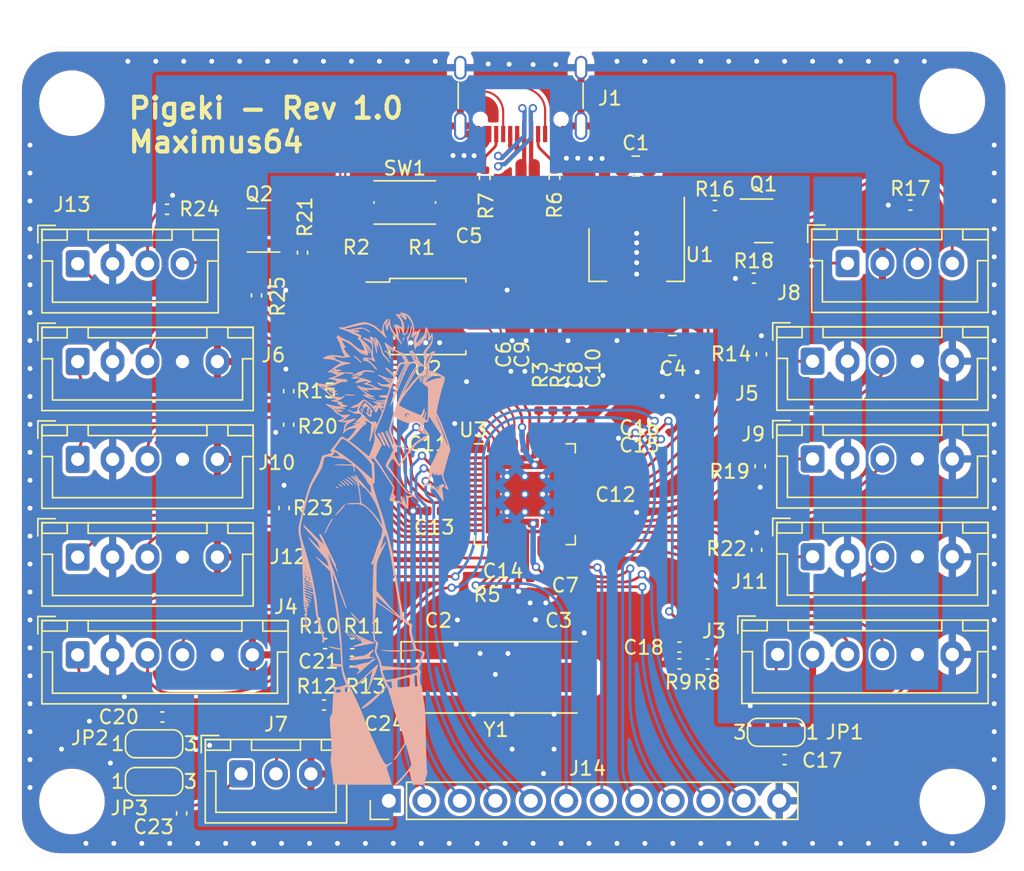
<source format=kicad_pcb>
(kicad_pcb (version 20211014) (generator pcbnew)
  (title_block (title "RP2040 Minimal Design Example") (date "2020-07-13") (rev "REV1") (company "Raspberry Pi (Trading) Ltd"))
  (layers (0 "F.Cu" signal) (31 "B.Cu" signal) (34 "B.Paste" user) (35 "F.Paste" user) (36 "B.SilkS" user "B.Silkscreen") (37 "F.SilkS" user "F.Silkscreen") (38 "B.Mask" user) (39 "F.Mask" user) (44 "Edge.Cuts" user))
  (net 0 "")
  (net 1 "GND")
  (net 2 "VBUS")
  (net 3 "/XIN")
  (net 4 "/XOUT")
  (net 5 "+3V3")
  (net 6 "+1V1")
  (net 7 "Net-(C17-Pad1)")
  (net 8 "/~{USB_BOOT}")
  (net 9 "/WAD_L")
  (net 10 "Net-(C20-Pad1)")
  (net 11 "/WAD_R")
  (net 12 "Net-(C23-Pad1)")
  (net 13 "/LEVER")
  (net 14 "Net-(J1-PadA5)")
  (net 15 "/UART_TX")
  (net 16 "Net-(J1-PadB5)")
  (net 17 "/UART_RX")
  (net 18 "Net-(J3-Pad3)")
  (net 19 "/GPIO5")
  (net 20 "/GPIO4")
  (net 21 "/GPIO3")
  (net 22 "/GPIO2")
  (net 23 "/WAD_L_RGB")
  (net 24 "Net-(J4-Pad3)")
  (net 25 "/GPIO29_ADC3")
  (net 26 "/WAD_R_RGB")
  (net 27 "/BTN_L1_SW")
  (net 28 "/BTN_L1_RGB")
  (net 29 "/BTN_R1_SW")
  (net 30 "/BTN_R1_RGB")
  (net 31 "Net-(J7-Pad2)")
  (net 32 "/STAB_L_SW")
  (net 33 "Net-(J8-Pad3)")
  (net 34 "Net-(J8-Pad4)")
  (net 35 "/BTN_L2_SW")
  (net 36 "/BTN_L2_RGB")
  (net 37 "/RUN")
  (net 38 "/SWD")
  (net 39 "/SWCLK")
  (net 40 "/QSPI_SS")
  (net 41 "Net-(R3-Pad2)")
  (net 42 "Net-(R4-Pad2)")
  (net 43 "/QSPI_SD3")
  (net 44 "/QSPI_SCLK")
  (net 45 "/QSPI_SD0")
  (net 46 "/QSPI_SD2")
  (net 47 "/QSPI_SD1")
  (net 48 "/USB_D+")
  (net 49 "/USB_D-")
  (net 50 "Net-(C3-Pad1)")
  (net 51 "/BTN_R2_SW")
  (net 52 "/BTN_R2_RGB")
  (net 53 "/BTN_L3_SW")
  (net 54 "/BTN_L3_RGB")
  (net 55 "/BTN_R3_SW")
  (net 56 "/BTN_R3_RGB")
  (net 57 "/STAB_R_SW")
  (net 58 "Net-(J13-Pad3)")
  (net 59 "Net-(J13-Pad4)")
  (net 60 "Net-(Q1-Pad1)")
  (net 61 "Net-(Q2-Pad1)")
  (net 62 "/STAB_L_LED")
  (net 63 "/STAB_R_LED")
  (net 64 "/GPIO16")
  (net 65 "/GPIO15")
  (footprint "Capacitor_SMD:C_0805_2012Metric" (layer "F.Cu") (at 110.56 89.35)
    (fp_text reference "C4")
    (fp_text value "10u")
  )
  (footprint "Capacitor_SMD:C_0402_1005Metric" (layer "F.Cu") (at 104 93.515 90)
    (fp_text reference "C10")
    (fp_text value "1u")
  )
  (footprint "Capacitor_SMD:C_0402_1005Metric" (layer "F.Cu") (at 103 93.515 90)
    (fp_text reference "C8")
    (fp_text value "1u")
  )
  (footprint "Capacitor_SMD:C_0402_1005Metric" (layer "F.Cu") (at 93.515 101.2 180)
    (fp_text reference "C13")
    (fp_text value "100n")
  )
  (footprint "Capacitor_SMD:C_0402_1005Metric" (layer "F.Cu") (at 96.185 82.83 180)
    (fp_text reference "C5")
    (fp_text value "100n")
  )
  (footprint "Capacitor_SMD:C_0402_1005Metric" (layer "F.Cu") (at 91.01 82.3 -90)
    (fp_text reference "R2")
    (fp_text value "DNF")
  )
  (footprint "Package_TO_SOT_SMD:SOT-223-3_TabPin2" (layer "F.Cu") (at 108 82.85 -90)
    (fp_text reference "U1")
    (fp_text value "NCP1117-3.3_SOT223")
  )
  (footprint "Package_SO:SOIC-8_5.23x5.23mm_P1.27mm" (layer "F.Cu") (at 93.05 87.275)
    (fp_text reference "U2")
    (fp_text value "W25Q128JVS")
  )
  (footprint "Capacitor_SMD:C_0402_1005Metric" (layer "F.Cu") (at 99.485 109)
    (fp_text reference "C3")
    (fp_text value "27p")
  )
  (footprint "Capacitor_SMD:C_0402_1005Metric" (layer "F.Cu") (at 89.51 82.3 90)
    (fp_text reference "R1")
    (fp_text value "1k")
  )
  (footprint "Capacitor_SMD:C_0402_1005Metric" (layer "F.Cu") (at 100 92.515 90)
    (fp_text reference "C9")
    (fp_text value "100n")
  )
  (footprint "Capacitor_SMD:C_0402_1005Metric" (layer "F.Cu") (at 106.485 101.2)
    (fp_text reference "C12")
    (fp_text value "100n")
  )
  (footprint "Capacitor_SMD:C_0402_1005Metric" (layer "F.Cu") (at 100.381 106.485 -90)
    (fp_text reference "C14")
    (fp_text value "100n")
  )
  (footprint "Capacitor_SMD:C_0402_1005Metric" (layer "F.Cu") (at 101 93.515 -90)
    (fp_text reference "R3")
    (fp_text value "27")
  )
  (footprint "Capacitor_SMD:C_0402_1005Metric" (layer "F.Cu") (at 101.5 106.485 -90)
    (fp_text reference "C7")
    (fp_text value "100n")
  )
  (footprint "Capacitor_SMD:C_0805_2012Metric" (layer "F.Cu") (at 107.9375 76.5)
    (fp_text reference "C1")
    (fp_text value "10u")
  )
  (footprint "Capacitor_SMD:C_0402_1005Metric" (layer "F.Cu") (at 94.98 96.455 90)
    (fp_text reference "C11")
    (fp_text value "100n")
  )
  (footprint "Capacitor_SMD:C_0402_1005Metric" (layer "F.Cu") (at 105.185 95.35)
    (fp_text reference "C16")
    (fp_text value "100n")
  )
  (footprint "RP2040_minimal:RP2040-QFN-56" (layer "F.Cu") (at 100 100)
    (fp_text reference "U3")
    (fp_text value "RP2040")
  )
  (footprint "Capacitor_SMD:C_0402_1005Metric" (layer "F.Cu") (at 96.515 109 180)
    (fp_text reference "C2")
    (fp_text value "27p")
  )
  (footprint "MountingHole:MountingHole_2.7mm_M2.5" (layer "F.Cu") (at 130.59 71.85)
    (fp_text reference "H2" hide)
    (fp_text value "MountingHole")
  )
  (footprint "Capacitor_SMD:C_0402_1005Metric" (layer "F.Cu") (at 102 93.515 -90)
    (fp_text reference "R4")
    (fp_text value "27")
  )
  (footprint "MountingHole:MountingHole_2.7mm_M2.5" (layer "F.Cu") (at 130.59 122)
    (fp_text reference "H3" hide)
    (fp_text value "MountingHole")
  )
  (footprint "Capacitor_SMD:C_0402_1005Metric" (layer "F.Cu") (at 99 92.515 90)
    (fp_text reference "C6")
    (fp_text value "100n")
  )
  (footprint "Capacitor_SMD:C_0402_1005Metric" (layer "F.Cu") (at 105.185 96.39)
    (fp_text reference "C15")
    (fp_text value "100n")
  )
  (footprint "Capacitor_SMD:C_0402_1005Metric" (layer "F.Cu") (at 98.7 107.115 -90)
    (fp_text reference "R5")
    (fp_text value "1k")
  )
  (footprint "MountingHole:MountingHole_2.7mm_M2.5" (layer "F.Cu") (at 67.59 72)
    (fp_text reference "H1" hide)
    (fp_text value "MountingHole")
  )
  (footprint "MountingHole:MountingHole_2.7mm_M2.5" (layer "F.Cu") (at 67.59 122)
    (fp_text reference "H4" hide)
    (fp_text value "MountingHole")
  )
  (footprint "RP2040_minimal:Crystal_SMD_HC49-US" (layer "F.Cu") (at 97.841 113.116)
    (fp_text reference "Y1")
    (fp_text value "ABLS-12.000MHZ-B4-T")
  )
  (footprint "Connector_JST:JST_XH_B5B-XH-A_1x05_P2.50mm_Vertical" (layer "F.Cu") (at 68 104.5)
    (fp_text reference "J12")
    (fp_text value "BTN_R3")
  )
  (footprint "Connector_JST:JST_XH_B6B-XH-A_1x06_P2.50mm_Vertical" (layer "F.Cu") (at 118.09 111.475)
    (fp_text reference "J3")
    (fp_text value "WAD_L")
  )
  (footprint "Capacitor_SMD:C_0402_1005Metric" (layer "F.Cu") (at 74.06 115.95)
    (fp_text reference "C20")
    (fp_text value "100nF")
  )
  (footprint "Capacitor_SMD:C_0402_1005Metric" (layer "F.Cu") (at 74.39 79.6 180)
    (fp_text reference "R24")
    (fp_text value "150")
  )
  (footprint "Capacitor_SMD:C_0402_1005Metric" (layer "F.Cu") (at 85.63 115.09)
    (fp_text reference "R12")
    (fp_text value "1k")
  )
  (footprint "Capacitor_SMD:C_0402_1005Metric" (layer "F.Cu") (at 116.84 98 90)
    (fp_text reference "R19")
    (fp_text value "10k")
  )
  (footprint "Package_TO_SOT_SMD:SOT-23" (layer "F.Cu") (at 117.09 80.425)
    (fp_text reference "Q1")
    (fp_text value "MMBT3904")
  )
  (footprint "Connector_PinHeader_2.54mm:PinHeader_1x12_P2.54mm_Vertical" (layer "F.Cu") (at 90.265 121.95 90)
    (fp_text reference "J14")
    (fp_text value "EXPANSION")
  )
  (footprint "Connector_JST:JST_XH_B4B-XH-A_1x04_P2.50mm_Vertical" (layer "F.Cu") (at 123.09 83.475)
    (fp_text reference "J8")
    (fp_text value "STAB_L")
  )
  (footprint "Capacitor_SMD:C_0402_1005Metric" (layer "F.Cu") (at 84.09 82.7 90)
    (fp_text reference "R21")
    (fp_text value "1k")
  )
  (footprint "Capacitor_SMD:C_0402_1005Metric" (layer "F.Cu") (at 111.06 112.15 180)
    (fp_text reference "R9")
    (fp_text value "2k")
  )
  (footprint "Capacitor_SMD:C_0402_1005Metric" (layer "F.Cu") (at 82.77 100.98 -90)
    (fp_text reference "R23")
    (fp_text value "10k")
  )
  (footprint "Capacitor_SMD:C_0402_1005Metric" (layer "F.Cu") (at 111.06 110.95 180)
    (fp_text reference "C18")
    (fp_text value "DNF")
  )
  (footprint "Jumper:SolderJumper-3_P1.3mm_Bridged12_RoundedPad1.0x1.5mm_NumberLabels" (layer "F.Cu") (at 117.99 117.05 180)
    (fp_text reference "JP1")
    (fp_text value "VREF_SEL")
  )
  (footprint "Connector_JST:JST_XH_B3B-XH-A_1x03_P2.50mm_Vertical" (layer "F.Cu") (at 79.69 120.025)
    (fp_text reference "J7")
    (fp_text value "LEVER")
  )
  (footprint "Button_Switch_SMD:SW_Push_1P1T_NO_CK_KMR2" (layer "F.Cu") (at 91.41 79.11)
    (fp_text reference "SW1")
    (fp_text value "USB_BOOT")
  )
  (footprint "Jumper:SolderJumper-3_P1.3mm_Bridged12_RoundedPad1.0x1.5mm_NumberLabels" (layer "F.Cu") (at 73.47 117.87)
    (fp_text reference "JP2")
    (fp_text value "VREF_SEL")
  )
  (footprint "Capacitor_SMD:C_0402_1005Metric" (layer "F.Cu") (at 116.59 103.99 -90)
    (fp_text reference "R22")
    (fp_text value "10k")
  )
  (footprint "Connector_JST:JST_XH_B5B-XH-A_1x05_P2.50mm_Vertical" (layer "F.Cu") (at 68 90.5)
    (fp_text reference "J6")
    (fp_text value "BTN_R1")
  )
  (footprint "Resistor_SMD:R_0402_1005Metric" (layer "F.Cu") (at 97.13 77.31 -90)
    (fp_text reference "R7")
    (fp_text value "5.1k")
  )
  (footprint "Capacitor_SMD:C_0402_1005Metric" (layer "F.Cu") (at 87.62 111.96)
    (fp_text reference "C21")
    (fp_text value "DNF")
  )
  (footprint "Capacitor_SMD:C_0402_1005Metric" (layer "F.Cu") (at 87.54 116.17)
    (fp_text reference "C24")
    (fp_text value "DNF")
  )
  (footprint "Capacitor_SMD:C_0402_1005Metric" (layer "F.Cu") (at 116.39 84.53)
    (fp_text reference "R18")
    (fp_text value "10k")
  )
  (footprint "Capacitor_SMD:C_0402_1005Metric" (layer "F.Cu") (at 80.8 85.76 -90)
    (fp_text reference "R25")
    (fp_text value "10k")
  )
  (footprint "Capacitor_SMD:C_0402_1005Metric" (layer "F.Cu") (at 75.44 122.85 -90)
    (fp_text reference "C23")
    (fp_text value "100nF")
  )
  (footprint "Capacitor_SMD:C_0402_1005Metric" (layer "F.Cu") (at 113.6 79.325)
    (fp_text reference "R16")
    (fp_text value "1k")
  )
  (footprint "Capacitor_SMD:C_0402_1005Metric" (layer "F.Cu") (at 127.59 79.3)
    (fp_text reference "R17")
    (fp_text value "150")
  )
  (footprint "Connector_JST:JST_XH_B4B-XH-A_1x04_P2.50mm_Vertical" (layer "F.Cu") (at 68 83.5)
    (fp_text reference "J13")
    (fp_text value "STAB_R")
  )
  (footprint "Capacitor_SMD:C_0402_1005Metric" (layer "F.Cu") (at 83.1 92.62 -90)
    (fp_text reference "R15")
    (fp_text value "10k")
  )
  (footprint "RP2040_minimal:USB_C_Receptacle_Palconn_UTC16-G" (layer "F.Cu") (at 99.7 71.7 180)
    (fp_text reference "J1")
    (fp_text value "USB_C_Receptacle")
  )
  (footprint "Capacitor_SMD:C_0402_1005Metric" (layer "F.Cu") (at 87.65 110.7)
    (fp_text reference "R11")
    (fp_text value "2k")
  )
  (footprint "Capacitor_SMD:C_0402_1005Metric" (layer "F.Cu") (at 83.1 95.02 90)
    (fp_text reference "R20")
    (fp_text value "10k")
  )
  (footprint "Jumper:SolderJumper-3_P1.3mm_Bridged12_RoundedPad1.0x1.5mm_NumberLabels" (layer "F.Cu") (at 73.47 120.57)
    (fp_text reference "JP3")
    (fp_text value "VREF_SEL")
  )
  (footprint "Connector_JST:JST_XH_B5B-XH-A_1x05_P2.50mm_Vertical" (layer "F.Cu") (at 120.59 97.475)
    (fp_text reference "J9")
    (fp_text value "BTN_L2")
  )
  (footprint "Capacitor_SMD:C_0402_1005Metric" (layer "F.Cu") (at 116.93 89.98 -90)
    (fp_text reference "R14")
    (fp_text value "10k")
  )
  (footprint "Capacitor_SMD:C_0402_1005Metric" (layer "F.Cu") (at 85.71 110.7)
    (fp_text reference "R10")
    (fp_text value "1k")
  )
  (footprint "Connector_JST:JST_XH_B5B-XH-A_1x05_P2.50mm_Vertical" (layer "F.Cu") (at 68 97.5)
    (fp_text reference "J10")
    (fp_text value "BTN_R2")
  )
  (footprint "Connector_JST:JST_XH_B5B-XH-A_1x05_P2.50mm_Vertical" (layer "F.Cu") (at 120.59 90.475)
    (fp_text reference "J5")
    (fp_text value "BTN_L1")
  )
  (footprint "Package_TO_SOT_SMD:SOT-23" (layer "F.Cu") (at 80.79 81.1 180)
    (fp_text reference "Q2")
    (fp_text value "MMBT3904")
  )
  (footprint "Connector_JST:JST_XH_B5B-XH-A_1x05_P2.50mm_Vertical" (layer "F.Cu") (at 120.59 104.475)
    (fp_text reference "J11")
    (fp_text value "BTN_L3")
  )
  (footprint "Capacitor_SMD:C_0402_1005Metric" (layer "F.Cu") (at 87.56 115.08)
    (fp_text reference "R13")
    (fp_text value "2k")
  )
  (footprint "Resistor_SMD:R_0402_1005Metric" (layer "F.Cu") (at 102.12 77.28 -90)
    (fp_text reference "R6")
    (fp_text value "5.1k")
  )
  (footprint "Capacitor_SMD:C_0402_1005Metric" (layer "F.Cu") (at 113.09 112.16 180)
    (fp_text reference "R8")
    (fp_text value "1k")
  )
  (footprint "Connector_JST:JST_XH_B6B-XH-A_1x06_P2.50mm_Vertical" (layer "F.Cu") (at 68 111.5)
    (fp_text reference "J4")
    (fp_text value "WAD_R")
  )
  (footprint "Capacitor_SMD:C_0402_1005Metric" (layer "F.Cu") (at 118.59 119)
    (fp_text reference "C17")
    (fp_text value "100nF")
  )
  (footprint "chopper:almight" (layer "B.Cu") (at 89.54 103.28 180)
    (fp_text reference "G***" hide)
    (fp_text value "LOGO" hide)
  )
  (gr_arc (start 66.71132 126) (mid 64.59 125.12132) (end 63.71132 123) (layer "Edge.Cuts") (width 0.01))
  (gr_line (start 63.71132 123) (end 63.71132 71.01) (layer "Edge.Cuts") (width 0.01))
  (gr_line (start 66.71132 126) (end 131.69 126) (layer "Edge.Cuts") (width 0.01))
  (gr_line (start 134.69 71.01) (end 134.69 123) (layer "Edge.Cuts") (width 0.01))
  (gr_arc (start 131.69 68.01) (mid 133.81132 68.88868) (end 134.69 71.01) (layer "Edge.Cuts") (width 0.01))
  (gr_arc (start 134.69 123) (mid 133.81132 125.12132) (end 131.69 126) (layer "Edge.Cuts") (width 0.01))
  (gr_arc (start 63.71132 71.01) (mid 64.59 68.88868) (end 66.71132 68.01) (layer "Edge.Cuts") (width 0.01))
  (gr_line (start 66.71132 68.01) (end 131.69 68.01) (layer "Edge.Cuts") (width 0.01))
  (gr_text "Pigeki - Rev 1.0\nMaximus64" (at 71.49 73.57) (layer "F.SilkS") (effects (font (size 1.5 1.5) (thickness 0.3)) (justify left)))
  (segment (start 93.03 101.2) (end 92 101.2) (width 0.2) (layer "F.Cu") (net 1))
  (segment (start 100.381 107.781984) (end 100.380994 107.78199) (width 0.2) (layer "F.Cu") (net 1))
  (segment (start 99 103.4375) (end 99 104.632893) (width 0.2) (layer "F.Cu") (net 1))
  (segment (start 100.381 106.97) (end 100.381 107.781984) (width 0.2) (layer "F.Cu") (net 1))
  (segment (start 96.03 109) (end 95.174 109) (width 0.2) (layer "F.Cu") (net 1))
  (segment (start 106.446447 96.243553) (end 106.7 95.99) (width 0.15) (layer "F.Cu") (net 1))
  (segment (start 98.853553 104.986447) (end 96.41 107.43) (width 0.2) (layer "F.Cu") (net 1))
  (segment (start 106.97 101.2) (end 107.075 101.305) (width 0.2) (layer "F.Cu") (net 1))
  (segment (start 100 92.03) (end 100 91.2) (width 0.2) (layer "F.Cu") (net 1))
  (segment (start 101.5 106.97) (end 101.5 107.782004) (width 0.2) (layer "F.Cu") (net 1))
  (segment (start 105.67 96.39) (end 106.092893 96.39) (width 0.15) (layer "F.Cu") (net 1))
  (segment (start 94.98 95.97) (end 94.98 94.94) (width 0.2) (layer "F.Cu") (net 1))
  (segment (start 100.7505 109) (end 100.762 108.9885) (width 0.15) (layer "F.Cu") (net 1))
  (segment (start 99.97 109) (end 100.7505 109) (width 0.15) (layer "F.Cu") (net 1))
  (segment (start 103 93.03) (end 103 92.2) (width 0.2) (layer "F.Cu") (net 1))
  (segment (start 99 92.03) (end 99 91.200008) (width 0.2) (layer "F.Cu") (net 1))
  (segment (start 107.075 101.305) (end 108 101.305) (width 0.2) (layer "F.Cu") (net 1))
  (segment (start 104 93.03) (end 104 92.2) (width 0.2) (layer "F.Cu") (net 1))
  (via (at 99.5555 106.9565) (size 0.6) (drill 0.35) (layers "F.Cu" "B.Cu") (net 1))
  (via (at 97.89 112.9) (size 0.6) (drill 0.35) (layers "F.Cu" "B.Cu") (net 1))
  (via (at 98.79 111.4) (size 0.6) (drill 0.35) (layers "F.Cu" "B.Cu") (net 1))
  (via (at 120.59 125) (size 0.6) (drill 0.35) (layers "F.Cu" "B.Cu") (net 1))
  (via (at 133.59 99) (size 0.6) (drill 0.35) (layers "F.Cu" "B.Cu") (net 1))
  (via (at 83.59 69) (size 0.6) (drill 0.35) (layers "F.Cu" "B.Cu") (net 1))
  (via (at 64.59 103) (size 0.6) (drill 0.35) (layers "F.Cu" "B.Cu") (net 1))
  (via (at 86.59 125) (size 0.6) (drill 0.35) (layers "F.Cu" "B.Cu") (net 1))
  (via (at 64.59 119) (size 0.6) (drill 0.35) (layers "F.Cu" "B.Cu") (net 1))
  (via (at 109.84 93) (size 0.6) (drill 0.35) (layers "F.Cu" "B.Cu") (net 1))
  (via (at 99.09 89) (size 0.6) (drill 0.35) (layers "F.Cu" "B.Cu") (net 1))
  (via (at 133.59 121) (size 0.6) (drill 0.35) (layers "F.Cu" "B.Cu") (net 1))
  (via (at 77.59 69) (size 0.6) (drill 0.35) (layers "F.Cu" "B.Cu") (net 1))
  (via (at 95.087361 110.738489) (size 0.6) (drill 0.35) (layers "F.Cu" "B.Cu") (net 1))
  (via (at 91.59 69) (size 0.6) (drill 0.35) (layers "F.Cu" "B.Cu") (net 1))
  (via (at 96.34 115.75) (size 0.6) (drill 0.35) (layers "F.Cu" "B.Cu") (net 1))
  (via (at 99.09 118.25) (size 0.6) (drill 0.35) (layers "F.Cu" "B.Cu") (net 1))
  (via (at 71.59 69) (size 0.6) (drill 0.35) (layers "F.Cu" "B.Cu") (net 1))
  (via (at 64.59 101) (size 0.6) (drill 0.35) (layers "F.Cu" "B.Cu") (net 1))
  (via (at 64.59 81) (size 0.6) (drill 0.35) (layers "F.Cu" "B.Cu") (net 1))
  (via (at 64.59 97) (size 0.6) (drill 0.35) (layers "F.Cu" "B.Cu") (net 1))
  (via (at 64.59 107) (size 0.6) (drill 0.35) (layers "F.Cu" "B.Cu") (net 1))
  (via (at 128.59 69) (size 0.6) (drill 0.35) (layers "F.Cu" "B.Cu") (net 1))
  (via (at 106.59 125) (size 0.6) (drill 0.35) (layers "F.Cu" "B.Cu") (net 1))
  (via (at 64.59 87) (size 0.6) (drill 0.35) (layers "F.Cu" "B.Cu") (net 1))
  (via (at 100.762 108.9885) (size 0.6) (drill 0.35) (layers "F.Cu" "B.Cu") (net 1))
  (via (at 108.59 125) (size 0.6) (drill 0.35) (layers "F.Cu" "B.Cu") (net 1))
  (via (at 112.34 93) (size 0.6) (drill 0.35) (layers "F.Cu" "B.Cu") (net 1))
  (via (at 76.59 125) (size 0.6) (drill 0.35) (layers "F.Cu" "B.Cu") (net 1))
  (via (at 106.7 95.99) (size 0.6) (drill 0.35) (layers "F.Cu" "B.Cu") (net 1))
  (via (at 126.59 69) (size 0.6) (drill 0.35) (layers "F.Cu" "B.Cu") (net 1))
  (via (at 92 101.2) (size 0.6) (drill 0.35) (layers "F.Cu" "B.Cu") (net 1))
  (via (at 102.09 115.75) (size 0.6) (drill 0.35) (layers "F.Cu" "B.Cu") (net 1))
  (via (at 68.84 116.25) (size 0.6) (drill 0.35) (layers "F.Cu" "B.Cu") (net 1))
  (via (at 120.59 69) (size 0.6) (drill 0.35) (layers "F.Cu" "B.Cu") (net 1))
  (via (at 100.59 125) (size 0.6) (drill 0.35) (layers "F.Cu" "B.Cu") (net 1))
  (via (at 85.59 69) (size 0.6) (drill 0.35) (layers "F.Cu" "B.Cu") (net 1))
  (via (at 64.59 99) (size 0.6) (drill 0.35) (layers "F.Cu" "B.Cu") (net 1))
  (via (at 114.59 69) (size 0.6) (drill 0.35) (layers "F.Cu" "B.Cu") (net 1))
  (via (at 94.59 125) (size 0.6) (drill 0.35) (layers "F.Cu" "B.Cu") (net 1))
  (via (at 93.59 69) (size 0.6) (drill 0.35) (layers "F.Cu" "B.Cu") (net 1))
  (via (at 70.59 125) (size 0.6) (drill 0.35) (layers "F.Cu" "B.Cu") (net 1))
  (via (at 64.59 89) (size 0.6) (drill 0.35) (layers "F.Cu" "B.Cu") (net 1))
  (via (at 133.59 111) (size 0.6) (drill 0.35) (layers "F.Cu" "B.Cu") (net 1))
  (via (at 103 92.2) (size 0.6) (drill 0.35) (layers "F.Cu" "B.Cu") (net 1))
  (via (at 64.59 85) (size 0.6) (drill 0.35) (layers "F.Cu" "B.Cu") (net 1))
  (via (at 106.59 69) (size 0.6) (drill 0.35) (layers "F.Cu" "B.Cu") (net 1))
  (via (at 102.59 125) (size 0.6) (drill 0.35) (layers "F.Cu" "B.Cu") (net 1))
  (via (at 87.59 69) (size 0.6) (drill 0.35) (layers "F.Cu" "B.Cu") (net 1))
  (via (at 124.59 125) (size 0.6) (drill 0.35) (layers "F.Cu" "B.Cu") (net 1))
  (via (at 71.34 114.5) (size 0.6) (drill 0.35) (layers "F.Cu" "B.Cu") (net 1))
  (via (at 122.59 69) (size 0.6) (drill 0.35) (layers "F.Cu" "B.Cu") (net 1))
  (via (at 64.59 79) (size 0.6) (drill 0.35) (layers "F.Cu" "B.Cu") (net 1))
  (via (at 122.59 125) (size 0.6) (drill 0.35) (layers "F.Cu" "B.Cu") (net 1))
  (via (at 108.59 69) (size 0.6) (drill 0.35) (layers "F.Cu" "B.Cu") (net 1))
  (via (at 109.84 91.25) (size 0.6) (drill 0.35) (layers "F.Cu" "B.Cu") (net 1))
  (via (at 73.59 69) (size 0.6) (drill 0.35) (layers "F.Cu" "B.Cu") (net 1))
  (via (at 133.59 93) (size 0.6) (drill 0.35) (layers "F.Cu" "B.Cu") (net 1))
  (via (at 84.59 125) (size 0.6) (drill 0.35) (layers "F.Cu" "B.Cu") (net 1))
  (via (at 81.59 69) (size 0.6) (drill 0.35) (layers "F.Cu" "B.Cu") (net 1))
  (via (at 104 92.2) (size 0.6) (drill 0.35) (layers "F.Cu" "B.Cu") (net 1))
  (via (at 133.59 107) (size 0.6) (drill 0.35) (layers "F.Cu" "B.Cu") (net 1))
  (via (at 88.59 125) (size 0.6) (drill 0.35) (layers "F.Cu" "B.Cu") (net 1))
  (via (at 102.21 69.23) (size 0.6) (drill 0.35) (layers "F.Cu" "B.Cu") (net 1))
  (via (at 101.34 120) (size 0.6) (drill 0.35) (layers "F.Cu" "B.Cu") (net 1))
  (via (at 98.875099 69.208944) (size 0.6) (drill 0.35) (layers "F.Cu" "B.Cu") (net 1))
  (via (at 82.59 125) (size 0.6) (drill 0.35) (layers "F.Cu" "B.Cu") (net 1))
  (via (at 72.59 125) (size 0.6) (drill 0.35) (layers "F.Cu" "B.Cu") (net 1))
  (via (at 64.59 75) (size 0.6) (drill 0.35) (layers "F.Cu" "B.Cu") (net 1))
  (via (at 66.84 118.25) (size 0.6) (drill 0.35) (layers "F.Cu" "B.Cu") (net 1))
  (via (at 133.59 119) (size 0.6) (drill 0.35) (layers "F.Cu" "B.Cu") (net 1))
  (via (at 64.59 109) (size 0.6) (drill 0.35) (layers "F.Cu" "B.Cu") (net 1))
  (via (at 91.84 89.15) (size 0.6) (drill 0.35) (layers "F.Cu" "B.Cu") (net 1))
  (via (at 96.59 125) (size 0.6) (drill 0.35) (layers "F.Cu" "B.Cu") (net 1))
  (via (at 133.59 105) (size 0.6) (drill 0.35) (layers "F.Cu" "B.Cu") (net 1))
  (via (at 133.59 103) (size 0.6) (drill 0.35) (layers "F.Cu" "B.Cu") (net 1))
  (via (at 80.59 125) (size 0.6) (drill 0.35) (layers "F.Cu" "B.Cu") (net 1))
  (via (at 68.59 125) (size 0.6) (drill 0.35) (layers "F.Cu" "B.Cu") (net 1))
  (via (at 70.34 119.25) (size 0.6) (drill 0.35) (layers "F.Cu" "B.Cu") (net 1))
  (via (at 64.59 115) (size 0.6) (drill 0.35) (layers "F.Cu" "B.Cu") (net 1))
  (via (at 64.59 83) (size 0.6) (drill 0.35) (layers "F.Cu" "B.Cu") (net 1))
  (via (at 102.09 118.25) (size 0.6) (drill 0.35) (layers "F.Cu" "B.Cu") (net 1))
  (via (at 101.5 107.782004) (size 0.6) (drill 0.35) (layers "F.Cu" "B.Cu") (net 1))
  (via (at 114.59 125) (size 0.6) (drill 0.35) (layers "F.Cu" "B.Cu") (net 1))
  (via (at 105.59 91.5) (size 0.6) (drill 0.35) (layers "F.Cu" "B.Cu") (net 1))
  (via (at 99 91.200008) (size 0.6) (drill 0.35) (layers "F.Cu" "B.Cu") (net 1))
  (via (at 89.59 69) (size 0.6) (drill 0.35) (layers "F.Cu" "B.Cu") (net 1))
  (via (at 112.34 91.25) (size 0.6) (drill 0.35) (layers "F.Cu" "B.Cu") (net 1))
  (via (at 133.59 115) (size 0.6) (drill 0.35) (layers "F.Cu" "B.Cu") (net 1))
  (via (at 133.59 117) (size 0.6) (drill 0.35) (layers "F.Cu" "B.Cu") (net 1))
  (via (at 133.59 75) (size 0.6) (drill 0.35) (layers "F.Cu" "B.Cu") (net 1))
  (via (at 104.59 125) (size 0.6) (drill 0.35) (layers "F.Cu" "B.Cu") (net 1))
  (via (at 64.59 77) (size 0.6) (drill 0.35) (layers "F.Cu" "B.Cu") (net 1))
  (via (at 110.59 125) (size 0.6) (drill 0.35) (layers "F.Cu" "B.Cu") (net 1))
  (via (at 94.98 94.94) (size 0.6) (drill 0.35) (layers "F.Cu" "B.Cu") (net 1))
  (via (at 95.174 109) (size 0.6) (drill 0.35) (layers "F.Cu" "B.Cu") (net 1))
  (via (at 79.59 69) (size 0.6) (drill 0.35) (layers "F.Cu" "B.Cu") (net 1))
  (via (at 64.59 95) (size 0.6) (drill 0.35) (layers "F.Cu" "B.Cu") (net 1))
  (via (at 118.59 125) (size 0.6) (drill 0.35) (layers "F.Cu" "B.Cu") (net 1))
  (via (at 108 101.305) (size 0.6) (drill 0.35) (layers "F.Cu" "B.Cu") (net 1))
  (via (at 90.59 125) (size 0.6) (drill 0.35) (layers "F.Cu" "B.Cu") (net 1))
  (via (at 133.59 81) (size 0.6) (drill 0.35) (layers "F.Cu" "B.Cu") (net 1))
  (via (at 103.09 89) (size 0.6) (drill 0.35) (layers "F.Cu" "B.Cu") (net 1))
  (via (at 133.59 83) (size 0.6) (drill 0.35) (layers "F.Cu" "B.Cu") (net 1))
  (via (at 116.59 69) (size 0.6) (drill 0.35) (layers "F.Cu" "B.Cu") (net 1))
  (via (at 78.59 125) (size 0.6) (drill 0.35) (layers "F.Cu" "B.Cu") (net 1))
  (via (at 100.09 89) (size 0.6) (drill 0.35) (layers "F.Cu" "B.Cu") (net 1))
  (via (at 110.59 69) (size 0.6) (drill 0.35) (layers "F.Cu" "B.Cu") (net 1))
  (via (at 133.59 89) (size 0.6) (drill 0.35) (layers "F.Cu" "B.Cu") (net 1))
  (via (at 126.59 125) (size 0.6) (drill 0.35) (layers "F.Cu" "B.Cu") (net 1))
  (via (at 98.59 125) (size 0.6) (drill 0.35) (layers "F.Cu" "B.Cu") (net 1))
  (via (at 133.59 85) (size 0.6) (drill 0.35) (layers "F.Cu" "B.Cu") (net 1))
  (via (at 74.59 125) (size 0.6) (drill 0.35) (layers "F.Cu" "B.Cu") (net 1))
  (via (at 128.59 125) (size 0.6) (drill 0.35) (layers "F.Cu" "B.Cu") (net 1))
  (via (at 92.91 89.15) (size 0.6) (drill 0.35) (layers "F.Cu" "B.Cu") (net 1))
  (via (at 64.59 117) (size 0.6) (drill 0.35) (layers "F.Cu" "B.Cu") (net 1))
  (via (at 118.59 69) (size 0.6) (drill 0.35) (layers "F.Cu" "B.Cu") (net 1))
  (via (at 64.59 113) (size 0.6) (drill 0.35) (layers "F.Cu" "B.Cu") (net 1))
  (via (at 133.59 113) (size 0.6) (drill 0.35) (layers "F.Cu" "B.Cu") (net 1))
  (via (at 130.59 125) (size 0.6) (drill 0.35) (layers "F.Cu" "B.Cu") (net 1))
  (via (at 100.380994 107.78199) (size 0.6) (drill 0.35) (layers "F.Cu" "B.Cu") (net 1))
  (via (at 112.59 69) (size 0.6) (drill 0.35) (layers "F.Cu" "B.Cu") (net 1))
  (via (at 133.59 87) (size 0.6) (drill 0.35) (layers "F.Cu" "B.Cu") (net 1))
  (via (at 75.59 69) (size 0.6) (drill 0.35) (layers "F.Cu" "B.Cu") (net 1))
  (via (at 133.59 101) (size 0.6) (drill 0.35) (layers "F.Cu" "B.Cu") (net 1))
  (via (at 99.09 115.75) (size 0.6) (drill 0.35) (layers "F.Cu" "B.Cu") (net 1))
  (via (at 133.59 77) (size 0.6) (drill 0.35) (layers "F.Cu" "B.Cu") (net 1))
  (via (at 112.59 125) (size 0.6) (drill 0.35) (layers "F.Cu" "B.Cu") (net 1))
  (via (at 95.830283 91.935493) (size 0.6) (drill 0.35) (layers "F.Cu" "B.Cu") (net 1))
  (via (at 133.59 97) (size 0.6) (drill 0.35) (layers "F.Cu" "B.Cu") (net 1))
  (via (at 97.38 69.19) (size 0.6) (drill 0.35) (layers "F.Cu" "B.Cu") (net 1))
  (via (at 133.59 79) (size 0.6) (drill 0.35) (layers "F.Cu" "B.Cu") (net 1))
  (via (at 93.9 89.15) (size 0.6) (drill 0.35) (layers "F.Cu" "B.Cu") (net 1))
  (via (at 100.59 69.23) (size 0.6) (drill 0.35) (layers "F.Cu" "B.Cu") (net 1))
  (via (at 64.59 105) (size 0.6) (drill 0.35) (layers "F.Cu" "B.Cu") (net 1))
  (via (at 106.589442 88.994646) (size 0.6) (drill 0.35) (layers "F.Cu" "B.Cu") (net 1))
  (via (at 92.59 125) (size 0.6) (drill 0.35) (layers "F.Cu" "B.Cu") (net 1))
  (via (at 64.59 93) (size 0.6) (drill 0.35) (layers "F.Cu" "B.Cu") (net 1))
  (via (at 124.59 69) (size 0.6) (drill 0.35) (layers "F.Cu" "B.Cu") (net 1))
  (via (at 96.8 111.4) (size 0.6) (drill 0.35) (layers "F.Cu" "B.Cu") (net 1))
  (via (at 64.59 111) (size 0.6) (drill 0.35) (layers "F.Cu" "B.Cu") (net 1))
  (via (at 64.59 121) (size 0.6) (drill 0.35) (layers "F.Cu" "B.Cu") (net 1))
  (via (at 104.25 109.93) (size 0.6) (drill 0.35) (layers "F.Cu" "B.Cu") (net 1))
  (via (at 133.59 109) (size 0.6) (drill 0.35) (layers "F.Cu" "B.Cu") (net 1))
  (via (at 116.59 125) (size 0.6) (drill 0.35) (layers "F.Cu" "B.Cu") (net 1))
  (via (at 133.59 95) (size 0.6) (drill 0.35) (layers "F.Cu" "B.Cu") (net 1))
  (via (at 64.59 91) (size 0.6) (drill 0.35) (layers "F.Cu" "B.Cu") (net 1))
  (via (at 133.59 91) (size 0.6) (drill 0.35) (layers "F.Cu" "B.Cu") (net 1))
  (via (at 100 91.2) (size 0.6) (drill 0.35) (layers "F.Cu" "B.Cu") (net 1))
  (arc (start 106.446447 96.243553) (mid 106.284235 96.35194) (end 106.092893 96.39) (width 0.15) (layer "F.Cu") (net 1))
  (arc (start 99 104.632893) (mid 98.96194 104.824235) (end 98.853553 104.986447) (width 0.2) (layer "F.Cu") (net 1))
  (segment (start 103.299999 92.499999) (end 103 92.2) (width 0.2) (layer "B.Cu") (net 1))
  (segment (start 103.8 93) (end 103.299999 92.499999) (width 0.2) (layer "B.Cu") (net 1))
  (segment (start 104 93) (end 103.8 93) (width 0.2) (layer "B.Cu") (net 1))
  (segment (start 105.73 76.5) (end 105.7 76.47) (width 0.8) (layer "F.Cu") (net 2))
  (segment (start 102.1 75.07) (end 102.97 75.94) (width 0.6) (layer "F.Cu") (net 2))
  (segment (start 96.37 75.76) (end 95.66 75.76) (width 0.8) (layer "F.Cu") (net 2))
  (segment (start 95.66 75.76) (end 95.65 75.75) (width 0.8) (layer "F.Cu") (net 2))
  (segment (start 120.797099 117.05) (end 119.29 117.05) (width 0.2) (layer "F.Cu") (net 2))
  (segment (start 74.79 78.6) (end 74.79 79.52) (width 0.2) (layer "F.Cu") (net 2))
  (segment (start 104.71 75.96) (end 105.53 75.96) (width 0.8) (layer "F.Cu") (net 2))
  (segment (start 65.57 111.355673) (end 65.57 113.02183) (width 0.2) (layer "F.Cu") (net 2))
  (segment (start 104.69 75.94) (end 104.71 75.96) (width 0.8) (layer "F.Cu") (net 2))
  (segment (start 97.153553 74.976447) (end 96.37 75.76) (width 0.4) (layer "F.Cu") (net 2))
  (segment (start 95.65 75.75) (end 94.86 75.75) (width 0.8) (layer "F.Cu") (net 2))
  (segment (start 127.096598 113.873402) (end 126.128224 114.841776) (width 0.2) (layer "F.Cu") (net 2))
  (segment (start 105.7 79.7) (end 105.7 77.8) (width 0.6) (layer "F.Cu") (net 2))
  (segment (start 103.79 75.94) (end 104.69 75.94) (width 0.8) (layer "F.Cu") (net 2))
  (segment (start 72.873398 107.53) (end 69.665222 107.53) (width 0.2) (layer "F.Cu") (net 2))
  (segment (start 66.968776 116.398776) (end 67.089986 116.519986) (width 0.2) (layer "F.Cu") (net 2))
  (segment (start 102.1 74.21) (end 102.1 75.07) (width 0.6) (layer "F.Cu") (net 2))
  (segment (start 102.97 75.94) (end 103.79 75.94) (width 0.8) (layer "F.Cu") (net 2))
  (segment (start 72.17 117.87) (end 72.17 120.57) (width 0.2) (layer "F.Cu") (net 2))
  (segment (start 105.7 77.8) (end 105.7 76.47) (width 0.8) (layer "F.Cu") (net 2))
  (segment (start 105.553553 75.983553) (end 105.53 75.96) (width 0.8) (layer "F.Cu") (net 2))
  (segment (start 97.3 74.21) (end 97.3 74.622893) (width 0.4) (layer "F.Cu") (net 2))
  (segment (start 74.552507 106.787493) (end 74.472277 106.867723) (width 0.2) (layer "F.Cu") (net 2))
  (segment (start 107 76.5) (end 105.73 76.5) (width 0.8) (layer "F.Cu") (net 2))
  (segment (start 105.7 76.47) (end 105.7 76.337107) (width 0.8) (layer "F.Cu") (net 2))
  (segment (start 70.421635 117.9) (end 72.69 117.9) (width 0.2) (layer "F.Cu") (net 2))
  (segment (start 127.11 79.3) (end 126.01 79.3) (width 0.2) (layer "F.Cu") (net 2))
  (segment (start 74.79 79.52) (end 74.87 79.6) (width 0.2) (layer "F.Cu") (net 2))
  (via (at 102.97 75.94) (size 0.6) (drill 0.35) (layers "F.Cu" "B.Cu") (net 2))
  (via (at 126.01 79.3) (size 0.6) (drill 0.35) (layers "F.Cu" "B.Cu") (net 2))
  (via (at 104.71 75.96) (size 0.6) (drill 0.35) (layers "F.Cu" "B.Cu") (net 2))
  (via (at 105.53 75.96) (size 0.6) (drill 0.35) (layers "F.Cu" "B.Cu") (net 2))
  (via (at 95.65 75.75) (size 0.6) (drill 0.35) (layers "F.Cu" "B.Cu") (net 2))
  (via (at 94.86 75.75) (size 0.6) (drill 0.35) (layers "F.Cu" "B.Cu") (net 2))
  (via (at 103.79 75.94) (size 0.6) (drill 0.35) (layers "F.Cu" "B.Cu") (net 2))
  (via (at 96.37 75.76) (size 0.6) (drill 0.35) (layers "F.Cu" "B.Cu") (net 2))
  (via (at 74.79 78.6) (size 0.6) (drill 0.35) (layers "F.Cu" "B.Cu") (net 2))
  (arc (start 67.089986 116.519986) (mid 68.61856 117.541346) (end 70.421635 117.9) (width 0.2) (layer "F.Cu") (net 2))
  (arc (start 127.096598 113.873402) (mid 127.831823 112.773059) (end 128.09 111.475) (width 0.2) (layer "F.Cu") (net 2))
  (arc (start 105.553553 75.983553) (mid 105.66194 76.145765) (end 105.7 76.337107) (width 0.8) (layer "F.Cu") (net 2))
  (arc (start 65.57 113.02183) (mid 65.93353 114.84942) (end 66.968776 116.398776) (width 0.2) (layer "F.Cu") (net 2))
  (arc (start 74.472277 106.867723) (mid 73.738705 107.35788) (end 72.873398 107.53) (width 0.2) (layer "F.Cu") (net 2))
  (arc (start 75.5 104.5) (mid 75.253755 105.738003) (end 74.552507 106.787493) (width 0.2) (layer "F.Cu") (net 2))
  (arc (start 65.57 111.355673) (mid 65.846699 109.964612) (end 66.634672 108.785328) (width 0.2) (layer "F.Cu") (net 2))
  (arc (start 120.797099 117.05) (mid 123.682283 116.476101) (end 126.128224 114.841776) (width 0.2) (layer "F.Cu") (net 2))
  (arc (start 97.153553 74.976447) (mid 97.26194 74.814235) (end 97.3 74.622893) (width 0.4) (layer "F.Cu") (net 2))
  (arc (start 66.634672 108.785328) (mid 68.02513 107.856235) (end 69.665222 107.53) (width 0.2) (layer "F.Cu") (net 2))
  (segment (start 97 109) (end 97.023373 109.023373) (width 0.15) (layer "F.Cu") (net 3))
  (segment (start 97.236674 112.196326) (end 96.463446 112.969554) (width 0.15) (layer "F.Cu") (net 3))
  (segment (start 96.109893 113.116) (end 93.341 113.116) (width 0.15) (layer "F.Cu") (net 3))
  (segment (start 99.4 103.4375) (end 99.4 104.792893) (width 0.15) (layer "F.Cu") (net 3))
  (segment (start 99.253553 105.146447) (end 98.20345 106.19655) (width 0.15) (layer "F.Cu") (net 3))
  (segment (start 97.072053 108.927947) (end 97 109) (width 0.15) (layer "F.Cu") (net 3))
  (segment (start 97.6505 110.537446) (end 97.65049 111.197308) (width 0.15) (layer "F.Cu") (net 3))
  (arc (start 99.4 104.792893) (mid 99.36194 104.984235) (end 99.253553 105.146447) (width 0.15) (layer "F.Cu") (net 3))
  (arc (start 97.8 107.170564) (mid 97.904853 106.643431) (end 98.20345 106.19655) (width 0.15) (layer "F.Cu") (net 3))
  (arc (start 97.236674 112.196326) (mid 97.542938 111.737973) (end 97.65049 111.197308) (width 0.15) (layer "F.Cu") (net 3))
  (arc (start 96.463446 112.969554) (mid 96.301234 113.07794) (end 96.109893 113.116) (width 0.15) (layer "F.Cu") (net 3))
  (arc (start 97.023373 109.023373) (mid 97.487514 109.71801) (end 97.6505 110.537446) (width 0.15) (layer "F.Cu") (net 3))
  (arc (start 97.8 107.170564) (mid 97.610813 108.121635) (end 97.072053 108.927947) (width 0.15) (layer "F.Cu") (net 3))
  (segment (start 99.8 103.4375) (end 99.8 104.892893) (width 0.15) (layer "F.Cu") (net 4))
  (segment (start 98.7 106.407107) (end 98.7 106.63) (width 0.15) (layer "F.Cu") (net 4))
  (segment (start 99.653553 105.246447) (end 98.846446 106.053554) (width 0.15) (layer "F.Cu") (net 4))
  (arc (start 98.7 106.407107) (mid 98.73806 106.215766) (end 98.846446 106.053554) (width 0.15) (layer "F.Cu") (net 4))
  (arc (start 99.8 104.892893) (mid 99.76194 105.084235) (end 99.653553 105.246447) (width 0.15) (layer "F.Cu") (net 4))
  (segment (start 82.953553 91.093553) (end 82.9 91.04) (width 0.2) (layer "F.Cu") (net 5))
  (segment (start 108.103553 89.203553) (end 108 89.1) (width 1) (layer "F.Cu") (net 5))
  (segment (start 116.84 98.48) (end 116.84 99.5) (width 0.2) (layer "F.Cu") (net 5))
  (segment (start 100.346447 105.651947) (end 100.381 105.6865) (width 0.2) (layer "F.Cu") (net 5))
  (segment (start 116.93 89.5) (end 116.93 88.65) (width 0.2) (layer "F.Cu") (net 5))
  (segment (start 100.6 96.5625) (end 100.6 96.007105) (width 0.2) (layer "F.Cu") (net 5))
  (segment (start 100 93) (end 100 93.555427) (width 0.2) (layer "F.Cu") (net 5))
  (segment (start 104.7 95.35) (end 104.7 94.487107) (width 0.6) (layer "F.Cu") (net 5))
  (segment (start 116.13 115.698084) (end 116.13 115.15) (width 0.2) (layer "F.Cu") (net 5))
  (segment (start 102.346447 97.346447) (end 102.4 97.4) (width 0.2) (layer "F.Cu") (net 5))
  (segment (start 102.2 96.5625) (end 102.2 96.307107) (width 0.2) (layer "F.Cu") (net 5))
  (segment (start 108 89.1) (end 108 89.41299) (width 1) (layer "F.Cu") (net 5))
  (segment (start 103.4375 101) (end 105.592893 101) (width 0.2) (layer "F.Cu") (net 5))
  (segment (start 100.350001 95.549999) (end 100.346446 95.553554) (width 0.2) (layer "F.Cu") (net 5))
  (segment (start 100.2 103.4375) (end 100.2 105.298393) (width 0.2) (layer "F.Cu") (net 5))
  (segment (start 74.77 117.87) (end 74.77 120.57) (width 0.2) (layer "F.Cu") (net 5))
  (segment (start 83.1 92.14) (end 83.1 91.447107) (width 0.2) (layer "F.Cu") (net 5))
  (segment (start 98.72 85.37) (end 98.73 85.38) (width 0.6) (layer "F.Cu") (net 5))
  (segment (start 96.65 82.85) (end 96.67 82.83) (width 0.2) (layer "F.Cu") (net 5))
  (segment (start 100.381 105.6865) (end 100.381 106) (width 0.2) (layer "F.Cu") (net 5))
  (segment (start 95.660007 81.82) (end 91.015 81.82) (width 0.2) (layer "F.Cu") (net 5))
  (segment (start 96.5625 97.4) (end 97.4 97.4) (width 0.2) (layer "F.Cu") (net 5))
  (segment (start 82.77 100.5) (end 82.77 99.36) (width 0.2) (layer "F.Cu") (net 5))
  (segment (start 116.59 103.51) (end 116.59 102.75) (width 0.2) (layer "F.Cu") (net 5))
  (segment (start 104 94.092893) (end 104 94) (width 0.2) (layer "F.Cu") (net 5))
  (segment (start 100.453553 95.653551) (end 100.350001 95.549999) (width 0.2) (layer "F.Cu") (net 5))
  (segment (start 100.6 96.5625) (end 100.6 96.992893) (width 0.2) (layer "F.Cu") (net 5))
  (segment (start 100.2 103.4375) (end 100.2 102.6) (width 0.2) (layer "F.Cu") (net 5))
  (segment (start 105.946447 101.146447) (end 106 101.2) (width 0.2) (layer "F.Cu") (net 5))
  (segment (start 104.12 94.12) (end 104 94) (width 0.6) (layer "F.Cu") (net 5))
  (segment (start 103.4375 97.4) (end 103.1 97.4) (width 0.2) (layer "F.Cu") (net 5))
  (segment (start 83.1 95.5) (end 82.24 95.5) (width 0.2) (layer "F.Cu") (net 5))
  (segment (start 100.453553 97.346447) (end 100.4 97.4) (width 0.2) (layer "F.Cu") (net 5))
  (segment (start 104.86 94.12) (end 104.12 94.12) (width 0.6) (layer "F.Cu") (net 5))
  (segment (start 100.350001 94.319642) (end 100.350001 95.549999) (width 0.2) (layer "F.Cu") (net 5))
  (segment (start 82.24 95.5) (end 82.17 95.57) (width 0.2) (layer "F.Cu") (net 5))
  (segment (start 94.053553 101.146447) (end 94 101.2) (width 0.2) (layer "F.Cu") (net 5))
  (segment (start 102.6 96.5625) (end 102.6 96.487107) (width 0.2) (layer "F.Cu") (net 5))
  (segment (start 109.6225 89.35) (end 108.457107 89.35) (width 1) (layer "F.Cu") (net 5))
  (segment (start 102.346447 95.953553) (end 103.853554 94.446446) (width 0.2) (layer "F.Cu") (net 5))
  (segment (start 103.836447 97.253553) (end 104.7 96.39) (width 0.2) (layer "F.Cu") (net 5))
  (segment (start 100.2 95.907107) (end 100.2 96.5625) (width 0.2) (layer "F.Cu") (net 5))
  (segment (start 96.5625 101) (end 94.407107 101) (width 0.2) (layer "F.Cu") (net 5))
  (segment (start 108 86) (end 108 89.1) (width 1) (layer "F.Cu") (net 5))
  (segment (start 96.65 85.37) (end 98.72 85.37) (width 0.6) (layer "F.Cu") (net 5))
  (segment (start 102.2 96.5625) (end 102.2 96.992893) (width 0.2) (layer "F.Cu") (net 5))
  (segment (start 102.746447 96.133553) (end 103.413554 95.466446) (width 0.2) (layer "F.Cu") (net 5))
  (segment (start 96.5625 101) (end 97.4 101) (width 0.2) (layer "F.Cu") (net 5))
  (segment (start 104.846447 94.133553) (end 104.86 94.12) (width 0.6) (layer "F.Cu") (net 5))
  (segment (start 82.89 85.39) (end 80.91 85.39) (width 0.2) (layer "F.Cu") (net 5))
  (segment (start 95.293553 97.253553) (end 94.98 96.94) (width 0.2) (layer "F.Cu") (net 5))
  (segment (start 100.2 96.5625) (end 100.2 97.4) (width 0.2) (layer "F.Cu") (net 5))
  (segment (start 100.2 97.4) (end 100.2 97) (width 0.2) (layer "F.Cu") (net 5))
  (segment (start 115.09 84.53) (end 115.07 84.55) (width 0.2) (layer "F.Cu") (net 5))
  (segment (start 80.91 85.39) (end 80.8 85.28) (width 0.2) (layer "F.Cu") (net 5))
  (segment (start 104.67 95.32) (end 104.7 95.35) (width 0.2) (layer "F.Cu") (net 5))
  (segment (start 106.891956 92.088044) (end 104.86 94.12) (width 1) (layer "F.Cu") (net 5))
  (segment (start 96.5625 97.4) (end 95.647107 97.4) (width 0.2) (layer "F.Cu") (net 5))
  (segment (start 115.91 84.53) (end 115.09 84.53) (width 0.2) (layer "F.Cu") (net 5))
  (segment (start 75.29 117.9) (end 77.36 117.9) (width 0.6) (layer "F.Cu") (net 5))
  (segment (start 102.6 96.5625) (end 102.6 96.9) (width 0.2) (layer "F.Cu") (net 5))
  (segment (start 104.7 96.39) (end 104.7 95.35) (width 0.6) (layer "F.Cu") (net 5))
  (segment (start 91.015 81.82) (end 91.01 81.815) (width 0.2) (layer "F.Cu") (net 5))
  (segment (start 96.65 85.37) (end 96.65 82.85) (width 0.2) (layer "F.Cu") (net 5))
  (segment (start 108 79.7) (end 108 86) (width 1) (layer "F.Cu") (net 5))
  (segment (start 103.4375 101) (end 102.6 101) (width 0.2) (layer "F.Cu") (net 5))
  (segment (start 100.146447 93.908981) (end 100.203555 93.966089) (width 0.2) (layer "F.Cu") (net 5))
  (segment (start 103.767107 95.32) (end 104.67 95.32) (width 0.2) (layer "F.Cu") (net 5))
  (segment (start 103.4375 97.4) (end 103.482893 97.4) (width 0.2) (layer "F.Cu") (net 5))
  (segment (start 77.36 117.9) (end 77.44 117.98) (width 0.6) (layer "F.Cu") (net 5))
  (via (at 116.13 115.15) (size 0.6) (drill 0.35) (layers "F.Cu" "B.Cu") (net 5))
  (via (at 116.93 88.65) (size 0.6) (drill 0.35) (layers "F.Cu" "B.Cu") (net 5))
  (via (at 116.84 99.5) (size 0.6) (drill 0.35) (layers "F.Cu" "B.Cu") (net 5))
  (via (at 82.17 95.57) (size 0.6) (drill 0.35) (layers "F.Cu" "B.Cu") (net 5))
  (via (at 115.07 84.55) (size 0.6) (drill 0.35) (layers "F.Cu" "B.Cu") (net 5))
  (via (at 108 82) (size 0.6) (drill 0.35) (layers "F.Cu" "B.Cu") (net 5))
  (via (at 108 84.24) (size 0.6) (drill 0.35) (layers "F.Cu" "B.Cu") (net 5))
  (via (at 108 82.69) (size 0.6) (drill 0.35) (layers "F.Cu" "B.Cu") (net 5))
  (via (at 116.59 102.75) (size 0.6) (drill 0.35) (layers "F.Cu" "B.Cu") (net 5))
  (via (at 108 81.32) (size 0.6) (drill 0.35) (layers "F.Cu" "B.Cu") (net 5))
  (via (at 108 83.42) (size 0.6) (drill 0.35) (layers "F.Cu" "B.Cu") (net 5))
  (via (at 77.44 117.98) (size 0.6) (drill 0.35) (layers "F.Cu" "B.Cu") (net 5))
  (via (at 82.89 85.39) (size 0.6) (drill 0.35) (layers "F.Cu" "B.Cu") (net 5))
  (via (at 82.9 91.04) (size 0.6) (drill 0.35) (layers "F.Cu" "B.Cu") (net 5))
  (via (at 82.77 99.36) (size 0.6) (drill 0.35) (layers "F.Cu" "B.Cu") (net 5))
  (via (at 98.73 85.38) (size 0.6) (drill 0.35) (layers "F.Cu" "B.Cu") (net 5))
  (arc (start 102.2 96.307107) (mid 102.23806 96.115765) (end 102.346447 95.953553) (width 0.2) (layer "F.Cu") (net 5))
  (arc (start 103.836447 97.253553) (mid 103.674235 97.36194) (end 103.482893 97.4) (width 0.2) (layer "F.Cu") (net 5))
  (arc (start 105.946447 101.146447) (mid 105.784235 101.03806) (end 105.592893 101) (width 0.2) (layer "F.Cu") (net 5))
  (arc (start 103.1 97.4) (mid 102.746447 97.253553) (end 102.6 96.9) (width 0.2) (layer "F.Cu") (net 5))
  (arc (start 103.413554 95.466446) (mid 103.575766 95.35806) (end 103.767107 95.32) (width 0.2) (layer "F.Cu") (net 5))
  (arc (start 94.053553 101.146447) (mid 94.215765 101.03806) (end 94.407107 101) (width 0.2) (layer "F.Cu") (net 5))
  (arc (start 96.67 82.83) (mid 96.37418 82.11582) (end 95.660007 81.82) (width 0.2) (layer "F.Cu") (net 5))
  (arc (start 104 94.092893) (mid 103.96194 94.284234) (end 103.853554 94.446446) (width 0.2) (layer "F.Cu") (net 5))
  (arc (start 100 93.555427) (mid 100.03806 93.746769) (end 100.146447 93.908981) (width 0.2) (layer "F.Cu") (net 5))
  (arc (start 104.7 94.487107) (mid 104.73806 94.295765) (end 104.846447 94.133553) (width 0.6) (layer "F.Cu") (net 5))
  (arc (start 82.953553 91.093553) (mid 83.06194 91.255765) (end 83.1 91.447107) (width 0.2) (layer "F.Cu") (net 5))
  (arc (start 108 89.41299) (mid 107.712029 90.860719) (end 106.891956 92.088044) (width 1) (layer "F.Cu") (net 5))
  (arc (start 102.346447 97.346447) (mid 102.23806 97.184235) (end 102.2 96.992893) (width 0.2) (layer "F.Cu") (net 5))
  (arc (start 100.346446 95.553554) (mid 100.23806 95.715766) (end 100.2 95.907107) (width 0.2) (layer "F.Cu") (net 5))
  (arc (start 102.6 96.487107) (mid 102.63806 96.295765) (end 102.746447 96.133553) (width 0.2) (layer "F.Cu") (net 5))
  (arc (start 100.6 96.007105) (mid 100.56194 95.815763) (end 100.453553 95.653551) (width 0.2) (layer "F.Cu") (net 5))
  (arc (start 108.103553 89.203553) (mid 108.265765 89.31194) (end 108.457107 89.35) (width 1) (layer "F.Cu") (net 5))
  (arc (start 116.13 115.698084) (mid 116.275531 116.429717) (end 116.69 117.05) (width 0.2) (layer "F.Cu") (net 5))
  (arc (start 100.6 96.992893) (mid 100.56194 97.184235) (end 100.453553 97.346447) (width 0.2) (layer "F.Cu") (net 5))
  (arc (start 95.293553 97.253553) (mid 95.455765 97.36194) (end 95.647107 97.4) (width 0.2) (layer "F.Cu") (net 5))
  (arc (start 100.346447 105.651947) (mid 100.23806 105.489735) (end 100.2 105.298393) (width 0.2) (layer "F.Cu") (net 5))
  (arc (start 100.350001 94.319642) (mid 100.311941 94.128301) (end 100.203555 93.966089) (width 0.2) (layer "F.Cu") (net 5))
  (segment (start 82.89 85.39) (end 82.9 85.38) (width 0.6) (layer "B.Cu") (net 5))
  (segment (start 99.8 96.5625) (end 99.8 95.199994) (width 0.2) (layer "F.Cu") (net 6))
  (segment (start 99.8 94.77573) (end 99.8 95.199994) (width 0.2) (layer "F.Cu") (net 6))
  (segment (start 99.146447 93.441447) (end 99.31868 93.61368) (width 0.2) (layer "F.Cu") (net 6))
  (segment (start 103 94.392893) (end 103 94) (width 0.2) (layer "F.Cu") (net 6))
  (segment (start 100.746447 105.146447) (end 100.8 105.2) (width 0.2) (layer "F.Cu") (net 6))
  (segment (start 101.946447 95.653553) (end 102.853554 94.746446) (width 0.2) (layer "F.Cu") (net 6))
  (segment (start 101.5 106) (end 101.5 105.9) (width 0.2) (layer "F.Cu") (net 6))
  (segment (start 100.6 103.4375) (end 100.6 104.792893) (width 0.2) (layer "F.Cu") (net 6))
  (segment (start 101.8 96.5625) (end 101.8 97.4) (width 0.2) (layer "F.Cu") (net 6))
  (segment (start 99 93) (end 99 93.087893) (width 0.2) (layer "F.Cu") (net 6))
  (segment (start 101.5 105.9) (end 100.8 105.2) (width 0.2) (layer "F.Cu") (net 6))
  (segment (start 101.8 96.5625) (end 101.8 96.007107) (width 0.2) (layer "F.Cu") (net 6))
  (via (at 99.8 95.199994) (size 0.6) (drill 0.35) (layers "F.Cu" "B.Cu") (net 6))
  (via (at 100.7 97.9) (size 0.6) (drill 0.35) (layers "F.Cu" "B.Cu") (net 6))
  (via (at 100.59997 102.1) (size 0.6) (drill 0.35) (layers "F.Cu" "B.Cu") (net 6))
  (via (at 100.8 105.2) (size 0.6) (drill 0.35) (layers "F.Cu" "B.Cu") (net 6))
  (arc (start 99.146447 93.441447) (mid 99.03806 93.279235) (end 99 93.087893) (width 0.2) (layer "F.Cu") (net 6))
  (arc (start 99.31868 93.61368) (mid 99.674909 94.146814) (end 99.8 94.77573) (width 0.2) (layer "F.Cu") (net 6))
  (arc (start 103 94.392893) (mid 102.96194 94.584234) (end 102.853554 94.746446) (width 0.2) (layer "F.Cu") (net 6))
  (arc (start 100.746447 105.146447) (mid 100.63806 104.984235) (end 100.6 104.792893) (width 0.2) (layer "F.Cu") (net 6))
  (arc (start 101.946447 95.653553) (mid 101.83806 95.815765) (end 101.8 96.007107) (width 0.2) (layer "F.Cu") (net 6))
  (segment (start 100.59 104.782893) (end 100.59 102.10997) (width 0.4) (layer "B.Cu") (net 6))
  (segment (start 99.8 95.199994) (end 99.8 95.751399) (width 0.4) (layer "B.Cu") (net 6))
  (segment (start 100.59 102.10997) (end 100.59997 102.1) (width 0.4) (layer "B.Cu") (net 6))
  (segment (start 100.69 97.9) (end 100.7 97.9) (width 0.4) (layer "B.Cu") (net 6))
  (segment (start 100.8 105.2) (end 100.736446 105.136446) (width 0.4) (layer "B.Cu") (net 6))
  (arc (start 100.59 104.782893) (mid 100.62806 104.974234) (end 100.736446 105.136446) (width 0.4) (layer "B.Cu") (net 6))
  (arc (start 99.8 95.751399) (mid 100.031294 96.914193) (end 100.69 97.9) (width 0.4) (layer "B.Cu") (net 6))
  (segment (start 117.99 111.575) (end 117.99 117.05) (width 0.2) (layer "F.Cu") (net 7))
  (segment (start 118.09 111.475) (end 117.99 111.575) (width 0.2) (layer "F.Cu") (net 7))
  (segment (start 118.11 117.17) (end 117.99 117.05) (width 0.2) (layer "F.Cu") (net 7))
  (segment (start 118.11 119) (end 118.11 117.17) (width 0.2) (layer "F.Cu") (net 7))
  (segment (start 89.36 79.91) (end 91.12 79.91) (width 0.2) (layer "F.Cu") (net 8))
  (segment (start 89.506447 81.811447) (end 89.51 81.815) (width 0.2) (layer "F.Cu") (net 8))
  (segment (start 91.12 79.91) (end 93.46 79.91) (width 0.2) (layer "F.Cu") (net 8))
  (segment (start 89.36 79.91) (end 89.36 81.457893) (width 0.2) (layer "F.Cu") (net 8))
  (arc (start 89.506447 81.811447) (mid 89.39806 81.649235) (end 89.36 81.457893) (width 0.2) (layer "F.Cu") (net 8))
  (segment (start 110.27 94.75) (end 107.688284 97.331716) (width 0.2) (layer "F.Cu") (net 9))
  (segment (start 112.61 112.16) (end 111.55 112.16) (width 0.2) (layer "F.Cu") (net 9))
  (segment (start 111.54 110.95) (end 111.54 112.15) (width 0.2) (layer "F.Cu") (net 9))
  (segment (start 110.585417 108.645417) (end 110.29 108.35) (width 0.2) (layer "F.Cu") (net 9))
  (segment (start 111.55 112.16) (end 111.54 112.15) (width 0.2) (layer "F.Cu") (net 9))
  (segment (start 104.626377 98.6) (end 103.4375 98.6) (width 0.2) (layer "F.Cu") (net 9))
  (segment (start 110.29 108.35) (end 110.33 108.39) (width 0.2) (layer "F.Cu") (net 9))
  (via (at 110.33 108.39) (size 0.6) (drill 0.35) (layers "F.Cu" "B.Cu") (net 9))
  (via (at 110.27 94.75) (size 0.6) (drill 0.35) (layers "F.Cu" "B.Cu") (net 9))
  (arc (start 107.688284 97.331716) (mid 106.283469 98.270383) (end 104.626377 98.6) (width 0.2) (layer "F.Cu") (net 9))
  (arc (start 110.585417 108.645417) (mid 111.291912 109.702761) (end 111.54 110.95) (width 0.2) (layer "F.Cu") (net 9))
  (segment (start 110.55 95.237107) (end 110.55 107.962893) (width 0.2) (layer "B.Cu") (net 9))
  (segment (start 110.403553 108.316447) (end 110.33 108.39) (width 0.2) (layer "B.Cu") (net 9))
  (segment (start 110.27 94.75) (end 110.403554 94.883554) (width 0.2) (layer "B.Cu") (net 9))
  (arc (start 110.55 95.237107) (mid 110.51194 95.045766) (end 110.403554 94.883554) (width 0.2) (layer "B.Cu") (net 9))
  (arc (start 110.55 107.962893) (mid 110.51194 108.154235) (end 110.403553 108.316447) (width 0.2) (layer "B.Cu") (net 9))
  (segment (start 73.58 117.76) (end 73.58 115.95) (width 0.2) (layer "F.Cu") (net 10))
  (segment (start 68 111.5) (end 68 111.766383) (width 0.2) (layer "F.Cu") (net 10))
  (segment (start 73.47 117.87) (end 73.58 117.76) (width 0.2) (layer "F.Cu") (net 10))
  (segment (start 73.58 115.95) (end 72.078758 115.95) (width 0.2) (layer "F.Cu") (net 10))
  (arc (start 68 111.766383) (mid 68.324102 113.395754) (end 69.247082 114.777082) (width 0.2) (layer "F.Cu") (net 10))
  (arc (start 69.247082 114.777082) (mid 70.546266 115.645169) (end 72.078758 115.95) (width 0.2) (layer "F.Cu") (net 10))
  (segment (start 95.03 105.89) (end 90.244216 105.89) (width 0.2) (layer "F.Cu") (net 11))
  (segment (start 86.19 110.7) (end 87.17 110.7) (width 0.2) (layer "F.Cu") (net 11))
  (segment (start 87.14 111.96) (end 87.14 110.73) (width 0.2) (layer "F.Cu") (net 11))
  (segment (start 109.29 94.75) (end 109.29 94.790711) (width 0.2) (layer "F.Cu") (net 11))
  (segment (start 87.17 109.575944) (end 87.17 110.7) (width 0.2) (layer "F.Cu") (net 11))
  (segment (start 87.14 110.73) (end 87.17 110.7) (width 0.2) (layer "F.Cu") (net 11))
  (segment (start 109.143553 95.144265) (end 107.147503 97.140315) (width 0.2) (layer "F.Cu") (net 11))
  (segment (start 104.589197 98.2) (end 103.4375 98.2) (width 0.2) (layer "F.Cu") (net 11))
  (via (at 95.03 105.89) (size 0.6) (drill 0.35) (layers "F.Cu" "B.Cu") (net 11))
  (via (at 109.29 94.75) (size 0.6) (drill 0.35) (layers "F.Cu" "B.Cu") (net 11))
  (arc (start 87.17 109.575944) (mid 87.483503 107.999857) (end 88.376285 106.663715) (width 0.2) (layer "F.Cu") (net 11))
  (arc (start 90.244216 105.89) (mid 89.233292 106.091085) (end 88.376285 106.663715) (width 0.2) (layer "F.Cu") (net 11))
  (arc (start 107.147503 97.140315) (mid 105.973742 97.924597) (end 104.589197 98.2) (width 0.2) (layer "F.Cu") (net 11))
  (arc (start 109.29 94.790711) (mid 109.25194 94.982053) (end 109.143553 95.144265) (width 0.2) (layer "F.Cu") (net 11))
  (segment (start 96.46 102.587305) (end 96.46 97.595787) (width 0.2) (layer "B.Cu") (net 11))
  (segment (start 99.921279 93.98) (end 107.431113 93.98) (width 0.2) (layer "B.Cu") (net 11))
  (segment (start 97.545966 94.974034) (end 97.563287 94.956713) (width 0.2) (layer "B.Cu") (net 11))
  (segment (start 95.03 105.89) (end 95.135805 105.784195) (width 0.2) (layer "B.Cu") (net 11))
  (arc (start 99.921279 93.98) (mid 98.645143 94.233839) (end 97.563287 94.956713) (width 0.2) (layer "B.Cu") (net 11))
  (arc (start 96.46 102.587305) (mid 96.115853 104.317449) (end 95.135805 105.784195) (width 0.2) (layer "B.Cu") (net 11))
  (arc (start 107.431113 93.98) (mid 108.437113 94.180106) (end 109.29 94.75) (width 0.2) (layer "B.Cu") (net 11))
  (arc (start 96.46 97.595787) (mid 96.742233 96.176904) (end 97.545966 94.974034) (width 0.2) (layer "B.Cu") (net 11))
  (segment (start 78.692016 121.022984) (end 79.69 120.025) (width 0.2) (layer "F.Cu") (net 12))
  (segment (start 73.616447 121.856447) (end 73.983554 122.223554) (width 0.2) (layer "F.Cu") (net 12))
  (segment (start 73.47 120.57) (end 73.47 121.502893) (width 0.2) (layer "F.Cu") (net 12))
  (segment (start 74.337107 122.37) (end 75.44 122.37) (width 0.2) (layer "F.Cu") (net 12))
  (arc (start 73.983554 122.223554) (mid 74.145766 122.33194) (end 74.337107 122.37) (width 0.2) (layer "F.Cu") (net 12))
  (arc (start 73.616447 121.856447) (mid 73.50806 121.694235) (end 73.47 121.502893) (width 0.2) (layer "F.Cu") (net 12))
  (arc (start 78.692016 121.022984) (mid 77.199992 122.019923) (end 75.44 122.37) (width 0.2) (layer "F.Cu") (net 12))
  (segment (start 108.310496 97.486616) (end 109.738556 96.058556) (width 0.2) (layer "F.Cu") (net 13))
  (segment (start 88.927254 112.702746) (end 87.454765 114.175235) (width 0.2) (layer "F.Cu") (net 13))
  (segment (start 86.11 115.09) (end 87.07 115.09) (width 0.2) (layer "F.Cu") (net 13))
  (segment (start 92.745644 107.524356) (end 89.888974 110.381026) (width 0.2) (layer "F.Cu") (net 13))
  (segment (start 87.06 116.17) (end 87.06 115.1) (width 0.2) (layer "F.Cu") (net 13))
  (segment (start 87.06 115.1) (end 87.08 115.08) (width 0.2) (layer "F.Cu") (net 13))
  (segment (start 103.4375 99) (end 104.656863 99) (width 0.2) (layer "F.Cu") (net 13))
  (via (at 94.76 106.69) (size 0.6) (drill 0.35) (layers "F.Cu" "B.Cu") (net 13))
  (via (at 109.738556 96.058556) (size 0.6) (drill 0.35) (layers "F.Cu" "B.Cu") (net 13))
  (arc (start 88.927254 112.702746) (mid 89.417758 111.968655) (end 89.59 111.102735) (width 0.2) (layer "F.Cu") (net 13))
  (arc (start 108.310496 97.486616) (mid 106.634195 98.606685) (end 104.656863 99) (width 0.2) (layer "F.Cu") (net 13))
  (arc (start 87.454765 114.175235) (mid 87.177398 114.590343) (end 87.08 115.08) (width 0.2) (layer "F.Cu") (net 13))
  (arc (start 89.59 111.102735) (mid 89.667701 110.712185) (end 89.888974 110.381026) (width 0.2) (layer "F.Cu") (net 13))
  (arc (start 94.76 106.69) (mid 93.66982 106.906842) (end 92.745644 107.524356) (width 0.2) (layer "F.Cu") (net 13))
  (segment (start 97.02 103.487293) (end 97.02 97.547638) (width 0.2) (layer "B.Cu") (net 13))
  (segment (start 99.8206 94.51) (end 106.000086 94.51) (width 0.2) (layer "B.Cu") (net 13))
  (arc (start 106.000086 94.51) (mid 108.023301 94.912443) (end 109.738556 96.058556) (width 0.2) (layer "B.Cu") (net 13))
  (arc (start 97.02 97.547638) (mid 97.263981 96.32106) (end 97.958782 95.281218) (width 0.2) (layer "B.Cu") (net 13))
  (arc (start 95.886713 106.223287) (mid 96.725469 104.968002) (end 97.02 103.487293) (width 0.2) (layer "B.Cu") (net 13))
  (arc (start 94.76 106.69) (mid 95.369758 106.568706) (end 95.886713 106.223287) (width 0.2) (layer "B.Cu") (net 13))
  (arc (start 97.958782 95.281218) (mid 98.813016 94.710421) (end 99.8206 94.51) (width 0.2) (layer "B.Cu") (net 13))
  (segment (start 100.95 74.21) (end 100.95 74.912893) (width 0.2) (layer "F.Cu") (net 14))
  (segment (start 101.096447 75.266447) (end 101.973554 76.143554) (width 0.2) (layer "F.Cu") (net 14))
  (segment (start 102.12 76.497107) (end 102.12 76.77) (width 0.2) (layer "F.Cu") (net 14))
  (arc (start 101.973554 76.143554) (mid 102.08194 76.305766) (end 102.12 76.497107) (width 0.2) (layer "F.Cu") (net 14))
  (arc (start 100.95 74.912893) (mid 100.98806 75.104235) (end 101.096447 75.266447) (width 0.2) (layer "F.Cu") (net 14))
  (segment (start 87.15 89.782858) (end 87.15 77.176415) (width 0.15) (layer "F.Cu") (net 15))
  (segment (start 98.45 72.635301) (end 98.45 74.21) (width 0.15) (layer "F.Cu") (net 15))
  (segment (start 93.146375 94.106375) (end 92.246009 93.206009) (width 0.15) (layer "F.Cu") (net 15))
  (segment (start 92.98092 71.16) (end 97.023222 71.16) (width 0.15) (layer "F.Cu") (net 15))
  (segment (start 94.553553 97.653553) (end 94.156446 97.256446) (width 0.15) (layer "F.Cu") (net 15))
  (segment (start 88.234302 91.544302) (end 87.628812 90.938812) (width 0.15) (layer "F.Cu") (net 15))
  (segment (start 94.01 96.902893) (end 94.01 96.191351) (width 0.15) (layer "F.Cu") (net 15))
  (segment (start 96.5625 97.8) (end 94.907107 97.8) (width 0.15) (layer "F.Cu") (net 15))
  (arc (start 94.553553 97.653553) (mid 94.715765 97.76194) (end 94.907107 97.8) (width 0.15) (layer "F.Cu") (net 15))
  (arc (start 92.98092 71.16) (mid 90.799715 71.593869) (end 88.950588 72.829412) (width 0.15) (layer "F.Cu") (net 15))
  (arc (start 92.246009 93.206009) (mid 90.821561 92.254223) (end 89.141309 91.92) (width 0.15) (layer "F.Cu") (net 15))
  (arc (start 94.156446 97.256446) (mid 94.04806 97.094234) (end 94.01 96.902893) (width 0.15) (layer "F.Cu") (net 15))
  (arc (start 97.023222 71.16) (mid 97.556095 71.265995) (end 98.007843 71.567843) (width 0.15) (layer "F.Cu") (net 15))
  (arc (start 87.15 89.782858) (mid 87.274439 90.408456) (end 87.628812 90.938812) (width 0.15) (layer "F.Cu") (net 15))
  (arc (start 87.15 77.176415) (mid 87.617958 74.823834) (end 88.950588 72.829412) (width 0.15) (layer "F.Cu") (net 15))
  (arc (start 88.234302 91.544302) (mid 88.650445 91.82236) (end 89.141309 91.92) (width 0.15) (layer "F.Cu") (net 15))
  (arc (start 93.146375 94.106375) (mid 93.785551 95.06297) (end 94.01 96.191351) (width 0.15) (layer "F.Cu") (net 15))
  (arc (start 98.45 72.635301) (mid 98.335088 72.057599) (end 98.007843 71.567843) (width 0.15) (layer "F.Cu") (net 15))
  (segment (start 97.803553 75.186447) (end 97.276446 75.713554) (width 0.2) (layer "F.Cu") (net 16))
  (segment (start 97.95 74.21) (end 97.95 74.832893) (width 0.2) (layer "F.Cu") (net 16))
  (segment (start 97.13 76.067107) (end 97.13 76.8) (width 0.2) (layer "F.Cu") (net 16))
  (arc (start 97.276446 75.713554) (mid 97.16806 75.875766) (end 97.13 76.067107) (width 0.2) (layer "F.Cu") (net 16))
  (arc (start 97.803553 75.186447) (mid 97.91194 75.024235) (end 97.95 74.832893) (width 0.2) (layer "F.Cu") (net 16))
  (segment (start 92.960449 70.86) (end 99.62877 70.86) (width 0.15) (layer "F.Cu") (net 17))
  (segment (start 94.513553 98.053553) (end 93.856446 97.396446) (width 0.15) (layer "F.Cu") (net 17))
  (segment (start 101.45 72.521162) (end 101.45 74.21) (width 0.15) (layer "F.Cu") (net 17))
  (segment (start 92.904217 94.444217) (end 91.77264 93.31264) (width 0.15) (layer "F.Cu") (net 17))
  (segment (start 86.79 89.800513) (end 86.79 77.219696) (width 0.15) (layer "F.Cu") (net 17))
  (segment (start 87.743836 91.643836) (end 87.418962 91.318962) (width 0.15) (layer "F.Cu") (net 17))
  (segment (start 93.71 97.042893) (end 93.71 96.389551) (width 0.15) (layer "F.Cu") (net 17))
  (segment (start 96.5625 98.2) (end 94.867107 98.2) (width 0.15) (layer "F.Cu") (net 17))
  (arc (start 89.472763 92.36) (mid 88.537095 92.173875) (end 87.743836 91.643836) (width 0.15) (layer "F.Cu") (net 17))
  (arc (start 99.62877 70.86) (mid 100.36901 71.007243) (end 100.996555 71.426555) (width 0.15) (layer "F.Cu") (net 17))
  (arc (start 86.79 77.219696) (mid 87.284288 74.734742) (end 88.691916 72.628084) (width 0.15) (layer "F.Cu") (net 17))
  (arc (start 100.996555 71.426555) (mid 101.332173 71.928806) (end 101.45 72.521162) (width 0.15) (layer "F.Cu") (net 17))
  (arc (start 92.904217 94.444217) (mid 93.500584 95.336744) (end 93.71 96.389551) (width 0.15) (layer "F.Cu") (net 17))
  (arc (start 86.79 89.800513) (mid 86.953462 90.622292) (end 87.418962 91.318962) (width 0.15) (layer "F.Cu") (net 17))
  (arc (start 88.691916 72.628084) (mid 90.650336 71.31951) (end 92.960449 70.86) (width 0.15) (layer "F.Cu") (net 17))
  (arc (start 94.867107 98.2) (mid 94.675765 98.16194) (end 94.513553 98.053553) (width 0.15) (layer "F.Cu") (net 17))
  (arc (start 89.472763 92.36) (mid 90.717447 92.607583) (end 91.77264 93.31264) (width 0.15) (layer "F.Cu") (net 17))
  (arc (start 93.71 97.042893) (mid 93.74806 97.234234) (end 93.856446 97.396446) (width 0.15) (layer "F.Cu") (net 17))
  (segment (start 114.371433 110.668567) (end 114.057934 110.982066) (width 0.2) (layer "F.Cu") (net 18))
  (segment (start 123.09 111.475) (end 123.09 110.707107) (width 0.2) (layer "F.Cu") (net 18))
  (segment (start 121.486408 109.75) (end 116.58905 109.75) (width 0.2) (layer "F.Cu") (net 18))
  (arc (start 123.09 110.707107) (mid 123.05194 110.515765) (end 122.943553 110.353553) (width 0.2) (layer "F.Cu") (net 18))
  (arc (start 114.371433 110.668567) (mid 115.388884 109.988728) (end 116.58905 109.75) (width 0.2) (layer "F.Cu") (net 18))
  (arc (start 121.486408 109.75) (mid 122.275024 109.906865) (end 122.943553 110.353553) (width 0.2) (layer "F.Cu") (net 18))
  (arc (start 113.57 112.16) (mid 113.69681 111.522526) (end 114.057934 110.982066) (width 0.2) (layer "F.Cu") (net 18))
  (segment (start 92.900786 99.059214) (end 92.942107 99.059214) (width 0.2) (layer "F.Cu") (net 19))
  (segment (start 94.097107 99.8) (end 96.5625 99.8) (width 0.2) (layer "F.Cu") (net 19))
  (segment (start 93.295661 99.205661) (end 93.743554 99.653554) (width 0.2) (layer "F.Cu") (net 19))
  (via (at 92.900786 99.059214) (size 0.6) (drill 0.35) (layers "F.Cu" "B.Cu") (net 19))
  (arc (start 94.097107 99.8) (mid 93.905766 99.76194) (end 93.743554 99.653554) (width 0.2) (layer "F.Cu") (net 19))
  (arc (start 92.942107 99.059214) (mid 93.133449 99.097274) (end 93.295661 99.205661) (width 0.2) (layer "F.Cu") (net 19))
  (segment (start 93.047233 100.137233) (end 93.333554 100.423554) (width 0.2) (layer "B.Cu") (net 19))
  (segment (start 98.726699 120.251699) (end 100.425 121.95) (width 0.2) (layer "B.Cu") (net 19))
  (segment (start 92.900786 99.059214) (end 92.900786 99.783679) (width 0.2) (layer "B.Cu") (net 19))
  (segment (start 93.48 100.777107) (end 93.48 107.585047) (width 0.2) (layer "B.Cu") (net 19))
  (arc (start 93.047233 100.137233) (mid 92.938846 99.975021) (end 92.900786 99.783679) (width 0.2) (layer "B.Cu") (net 19))
  (arc (start 98.726699 120.251699) (mid 94.843573 114.44019) (end 93.48 107.585047) (width 0.2) (layer "B.Cu") (net 19))
  (arc (start 93.333554 100.423554) (mid 93.44194 100.585766) (end 93.48 100.777107) (width 0.2) (layer "B.Cu") (net 19))
  (segment (start 94.437107 99.4) (end 96.5625 99.4) (width 0.2) (layer "F.Cu") (net 20))
  (segment (start 92.764342 98.145658) (end 92.768551 98.145658) (width 0.2) (layer "F.Cu") (net 20))
  (segment (start 93.122105 98.292105) (end 94.083554 99.253554) (width 0.2) (layer "F.Cu") (net 20))
  (via (at 92.764342 98.145658) (size 0.6) (drill 0.35) (layers "F.Cu" "B.Cu") (net 20))
  (arc (start 92.768551 98.145658) (mid 92.959893 98.183718) (end 93.122105 98.292105) (width 0.2) (layer "F.Cu") (net 20))
  (arc (start 94.437107 99.4) (mid 94.245766 99.36194) (end 94.083554 99.253554) (width 0.2) (layer "F.Cu") (net 20))
  (segment (start 92.98 101.114315) (end 92.98 109.990391) (width 0.2) (layer "B.Cu") (net 20))
  (segment (start 97.885 121.832107) (end 97.885 121.95) (width 0.2) (layer "B.Cu") (net 20))
  (segment (start 92.356447 100.283655) (end 92.833554 100.760762) (width 0.2) (layer "B.Cu") (net 20))
  (segment (start 92.764342 98.145658) (end 92.356446 98.553554) (width 0.2) (layer "B.Cu") (net 20))
  (segment (start 92.21 98.907107) (end 92.21 99.930101) (width 0.2) (layer "B.Cu") (net 20))
  (arc (start 92.98 109.990391) (mid 94.216707 116.207739) (end 97.738554 121.478554) (width 0.2) (layer "B.Cu") (net 20))
  (arc (start 92.356446 98.553554) (mid 92.24806 98.715766) (end 92.21 98.907107) (width 0.2) (layer "B.Cu") (net 20))
  (arc (start 97.885 121.832107) (mid 97.84694 121.640766) (end 97.738554 121.478554) (width 0.2) (layer "B.Cu") (net 20))
  (arc (start 92.356447 100.283655) (mid 92.24806 100.121443) (end 92.21 99.930101) (width 0.2) (layer "B.Cu") (net 20))
  (arc (start 92.98 101.114315) (mid 92.94194 100.922974) (end 92.833554 100.760762) (width 0.2) (layer "B.Cu") (net 20))
  (segment (start 94.602903 99) (end 96.5625 99) (width 0.2) (layer "F.Cu") (net 21))
  (segment (start 92.639087 97.243291) (end 94.24935 98.853554) (width 0.2) (layer "F.Cu") (net 21))
  (via (at 92.639087 97.243291) (size 0.6) (drill 0.35) (layers "F.Cu" "B.Cu") (net 21))
  (arc (start 94.602903 99) (mid 94.411562 98.96194) (end 94.24935 98.853554) (width 0.2) (layer "F.Cu") (net 21))
  (segment (start 92.006447 100.428629) (end 92.403554 100.825736) (width 0.2) (layer "B.Cu") (net 21))
  (segment (start 92.639087 97.243291) (end 92.006446 97.875932) (width 0.2) (layer "B.Cu") (net 21))
  (segment (start 91.86 98.229485) (end 91.86 100.075075) (width 0.2) (layer "B.Cu") (net 21))
  (segment (start 92.55 101.179289) (end 92.55 115.054432) (width 0.2) (layer "B.Cu") (net 21))
  (segment (start 95.345 121.802107) (end 95.345 121.95) (width 0.2) (layer "B.Cu") (net 21))
  (arc (start 92.006446 97.875932) (mid 91.89806 98.038144) (end 91.86 98.229485) (width 0.2) (layer "B.Cu") (net 21))
  (arc (start 95.198554 121.448554) (mid 95.30694 121.610766) (end 95.345 121.802107) (width 0.2) (layer "B.Cu") (net 21))
  (arc (start 95.198554 121.448554) (mid 93.238328 118.514886) (end 92.55 115.054432) (width 0.2) (layer "B.Cu") (net 21))
  (arc (start 92.403554 100.825736) (mid 92.51194 100.987948) (end 92.55 101.179289) (width 0.2) (layer "B.Cu") (net 21))
  (arc (start 92.006447 100.428629) (mid 91.89806 100.266417) (end 91.86 100.075075) (width 0.2) (layer "B.Cu") (net 21))
  (segment (start 94.807487 98.6) (end 96.5625 98.6) (width 0.2) (layer "F.Cu") (net 22))
  (segment (start 93.506447 97.506067) (end 94.453934 98.453554) (width 0.2) (layer "F.Cu") (net 22))
  (segment (start 92.23 95.19) (end 92.771362 95.731362) (width 0.2) (layer "F.Cu") (net 22))
  (via (at 92.23 95.19) (size 0.6) (drill 0.35) (layers "F.Cu" "B.Cu") (net 22))
  (arc (start 93.36 97.152513) (mid 93.39806 97.343855) (end 93.506447 97.506067) (width 0.2) (layer "F.Cu") (net 22))
  (arc (start 93.36 97.152513) (mid 93.207018 96.383368) (end 92.771362 95.731362) (width 0.2) (layer "F.Cu") (net 22))
  (arc (start 94.807487 98.6) (mid 94.616146 98.56194) (end 94.453934 98.453554) (width 0.2) (layer "F.Cu") (net 22))
  (segment (start 91.47 96.157107) (end 91.47 100.952182) (width 0.2) (layer "B.Cu") (net 22))
  (segment (start 91.45 100.972182) (end 91.45 117.970829) (width 0.2) (layer "B.Cu") (net 22))
  (segment (start 92.805 121.242107) (end 92.805 121.95) (width 0.2) (layer "B.Cu") (net 22))
  (segment (start 92.23 95.19) (end 91.616446 95.803554) (width 0.2) (layer "B.Cu") (net 22))
  (segment (start 91.47 100.952182) (end 91.45 100.972182) (width 0.2) (layer "B.Cu") (net 22))
  (arc (start 91.47 96.157107) (mid 91.50806 95.965766) (end 91.616446 95.803554) (width 0.2) (layer "B.Cu") (net 22))
  (arc (start 91.45 117.970829) (mid 91.764096 119.549898) (end 92.658554 120.888554) (width 0.2) (layer "B.Cu") (net 22))
  (arc (start 92.805 121.242107) (mid 92.76694 121.050766) (end 92.658554 120.888554) (width 0.2) (layer "B.Cu") (net 22))
  (segment (start 103.860925 104.11) (end 109.374651 104.11) (width 0.2) (layer "F.Cu") (net 23))
  (segment (start 125.59 110.607107) (end 125.59 111.475) (width 0.2) (layer "F.Cu") (net 23))
  (segment (start 113.071135 105.641136) (end 114.102962 106.672965) (width 0.2) (layer "F.Cu") (net 23))
  (segment (start 118.996652 108.7) (end 121.693007 108.7) (width 0.2) (layer "F.Cu") (net 23))
  (segment (start 102.6 103.4375) (end 102.856422 103.693922) (width 0.2) (layer "F.Cu") (net 23))
  (arc (start 102.856422 103.693922) (mid 103.317292 104.001865) (end 103.860925 104.11) (width 0.2) (layer "F.Cu") (net 23))
  (arc (start 114.102962 106.672965) (mid 116.348206 108.173191) (end 118.996652 108.7) (width 0.2) (layer "F.Cu") (net 23))
  (arc (start 125.443553 110.253553) (mid 125.55194 110.415765) (end 125.59 110.607107) (width 0.2) (layer "F.Cu") (net 23))
  (arc (start 121.693007 108.7) (mid 123.722763 109.103744) (end 125.443553 110.253553) (width 0.2) (layer "F.Cu") (net 23))
  (arc (start 109.374651 104.11) (mid 111.375174 104.507929) (end 113.071135 105.641136) (width 0.2) (layer "F.Cu") (net 23))
  (segment (start 85.19 110.74) (end 85.23 110.7) (width 0.2) (layer "F.Cu") (net 24))
  (segment (start 73 112.674216) (end 73 111.5) (width 0.2) (layer "F.Cu") (net 24))
  (segment (start 85.23 110.7) (end 85.187107 110.7) (width 0.2) (layer "F.Cu") (net 24))
  (segment (start 84.833553 110.846447) (end 83.849613 111.830387) (width 0.2) (layer "F.Cu") (net 24))
  (segment (start 77.984008 114.26) (end 74.691864 114.26) (width 0.2) (layer "F.Cu") (net 24))
  (arc (start 73.442494 113.742494) (mid 74.01571 114.125505) (end 74.691864 114.26) (width 0.2) (layer "F.Cu") (net 24))
  (arc (start 83.849613 111.830387) (mid 81.15845 113.628564) (end 77.984008 114.26) (width 0.2) (layer "F.Cu") (net 24))
  (arc (start 85.187107 110.7) (mid 84.995765 110.73806) (end 84.833553 110.846447) (width 0.2) (layer "F.Cu") (net 24))
  (arc (start 73 112.674216) (mid 73.115001 113.252366) (end 73.442494 113.742494) (width 0.2) (layer "F.Cu") (net 24))
  (segment (start 107.910353 95.600353) (end 107.909647 95.600353) (width 0.2) (layer "F.Cu") (net 25))
  (segment (start 107.909647 95.600353) (end 106.478962 97.031038) (width 0.2) (layer "F.Cu") (net 25))
  (segment (start 104.622524 97.8) (end 103.4375 97.8) (width 0.2) (layer "F.Cu") (net 25))
  (via (at 107.910353 95.600353) (size 0.6) (drill 0.35) (layers "F.Cu" "B.Cu") (net 25))
  (arc (start 106.478962 97.031038) (mid 105.627221 97.600153) (end 104.622524 97.8) (width 0.2) (layer "F.Cu") (net 25))
  (segment (start 107.475444 104.606738) (end 107.136446 104.945736) (width 0.2) (layer "B.Cu") (net 25))
  (segment (start 106.99 105.299289) (end 106.99 119.402947) (width 0.2) (layer "B.Cu") (net 25))
  (segment (start 109.28 98.906934) (end 109.28 100.250155) (width 0.2) (layer "B.Cu") (net 25))
  (arc (start 108.045 121.95) (mid 107.264195 120.781424) (end 106.99 119.402947) (width 0.2) (layer "B.Cu") (net 25))
  (arc (start 107.475444 104.606738) (mid 108.811011 102.607921) (end 109.28 100.250155) (width 0.2) (layer "B.Cu") (net 25))
  (arc (start 107.136446 104.945736) (mid 107.02806 105.107948) (end 106.99 105.299289) (width 0.2) (layer "B.Cu") (net 25))
  (arc (start 107.910353 95.600353) (mid 108.924047 97.11744) (end 109.28 98.906934) (width 0.2) (layer "B.Cu") (net 25))
  (segment (start 98.2 104.362893) (end 98.2 103.4375) (width 0.2) (layer "F.Cu") (net 26))
  (segment (start 97.706447 105.063553) (end 98.053554 104.716446) (width 0.2) (layer "F.Cu") (net 26))
  (segment (start 79.522263 108.25) (end 82.676324 108.25) (width 0.2) (layer "F.Cu") (net 26))
  (segment (start 75.5 111.5) (end 75.5 110.697107) (width 0.2) (layer "F.Cu") (net 26))
  (segment (start 90.01542 105.21) (end 97.352893 105.21) (width 0.2) (layer "F.Cu") (net 26))
  (segment (start 75.646447 110.343553) (end 76.479751 109.510249) (width 0.2) (layer "F.Cu") (net 26))
  (arc (start 75.5 110.697107) (mid 75.53806 110.505765) (end 75.646447 110.343553) (width 0.2) (layer "F.Cu") (net 26))
  (arc (start 86.130936 106.819059) (mid 87.913207 105.628156) (end 90.01542 105.21) (width 0.2) (layer "F.Cu") (net 26))
  (arc (start 97.706447 105.063553) (mid 97.544235 105.17194) (end 97.352893 105.21) (width 0.2) (layer "F.Cu") (net 26))
  (arc (start 86.130936 106.819059) (mid 84.545946 107.878111) (end 82.676324 108.25) (width 0.2) (layer "F.Cu") (net 26))
  (arc (start 79.522263 108.25) (mid 77.875668 108.577528) (end 76.479751 109.510249) (width 0.2) (layer "F.Cu") (net 26))
  (arc (start 98.2 104.362893) (mid 98.16194 104.554234) (end 98.053554 104.716446) (width 0.2) (layer "F.Cu") (net 26))
  (segment (start 103.4375 100.2) (end 105.172664 100.2) (width 0.2) (layer "F.Cu") (net 27))
  (segment (start 117.104246 90.475) (end 120.59 90.475) (width 0.2) (layer "F.Cu") (net 27))
  (segment (start 111.3137 97.6563) (end 113.732698 95.237302) (width 0.2) (layer "F.Cu") (net 27))
  (arc (start 113.732698 95.237302) (mid 114.589227 93.955416) (end 114.89 92.443224) (width 0.2) (layer "F.Cu") (net 27))
  (arc (start 111.3137 97.6563) (mid 108.496169 99.538914) (end 105.172664 100.2) (width 0.2) (layer "F.Cu") (net 27))
  (arc (start 115.415487 91.174513) (mid 116.190301 90.656795) (end 117.104246 90.475) (width 0.2) (layer "F.Cu") (net 27))
  (arc (start 114.89 92.443224) (mid 115.026579 91.756583) (end 115.415487 91.174513) (width 0.2) (layer "F.Cu") (net 27))
  (segment (start 109.354506 100.6) (end 103.4375 100.6) (width 0.2) (layer "F.Cu") (net 28))
  (segment (start 125.443553 91.546447) (end 124.636049 92.353951) (width 0.2) (layer "F.Cu") (net 28))
  (segment (start 125.59 90.475) (end 125.59 91.192893) (width 0.2) (layer "F.Cu") (net 28))
  (segment (start 117.287296 95.322704) (end 113.887718 98.722282) (width 0.2) (layer "F.Cu") (net 28))
  (segment (start 120.662136 94) (end 120.480587 94) (width 0.2) (layer "F.Cu") (net 28))
  (arc (start 117.287296 95.322704) (mid 118.75239 94.343759) (end 120.480587 94) (width 0.2) (layer "F.Cu") (net 28))
  (arc (start 124.636049 92.353951) (mid 122.812802 93.572206) (end 120.662136 94) (width 0.2) (layer "F.Cu") (net 28))
  (arc (start 109.354506 100.6) (mid 111.807863 100.111997) (end 113.887718 98.722282) (width 0.2) (layer "F.Cu") (net 28))
  (arc (start 125.443553 91.546447) (mid 125.55194 91.384235) (end 125.59 91.192893) (width 0.2) (layer "F.Cu") (net 28))
  (segment (start 95.182081 101.8) (end 96.5625 101.8) (width 0.2) (layer "F.Cu") (net 29))
  (segment (start 94.62142 102.153554) (end 94.828527 101.946447) (width 0.2) (layer "F.Cu") (net 29))
  (segment (start 91.667107 102.3) (end 94.267867 102.3) (width 0.2) (layer "F.Cu") (net 29))
  (segment (start 83.1 93.1) (end 84.040028 93.1) (width 0.2) (layer "F.Cu") (net 29))
  (segment (start 68 90.5) (end 68 90.653027) (width 0.2) (layer "F.Cu") (net 29))
  (segment (start 85.21 94.269975) (end 85.209997 94.791165) (width 0.2) (layer "F.Cu") (net 29))
  (segment (start 70.298784 93.1) (end 83.032893 93.1) (width 0.2) (layer "F.Cu") (net 29))
  (segment (start 86.100116 96.940116) (end 91.313553 102.153553) (width 0.2) (layer "F.Cu") (net 29))
  (arc (start 94.267867 102.3) (mid 94.459208 102.26194) (end 94.62142 102.153554) (width 0.2) (layer "F.Cu") (net 29))
  (arc (start 84.040028 93.1) (mid 84.867323 93.442677) (end 85.21 94.269975) (width 0.2) (layer "F.Cu") (net 29))
  (arc (start 91.313553 102.153553) (mid 91.475765 102.26194) (end 91.667107 102.3) (width 0.2) (layer "F.Cu") (net 29))
  (arc (start 94.828527 101.946447) (mid 94.990739 101.83806) (end 95.182081 101.8) (width 0.2) (layer "F.Cu") (net 29))
  (arc (start 68 90.653027) (mid 68.194241 91.629542) (end 68.747392 92.457392) (width 0.2) (layer "F.Cu") (net 29))
  (arc (start 86.100116 96.940116) (mid 85.441329 95.954169) (end 85.209997 94.791165) (width 0.2) (layer "F.Cu") (net 29))
  (arc (start 68.747392 92.457392) (mid 69.459177 92.932992) (end 70.298784 93.1) (width 0.2) (layer "F.Cu") (net 29))
  (segment (start 94.476447 101.803553) (end 94.733554 101.546446) (width 0.2) (layer "F.Cu") (net 30))
  (segment (start 87.098542 97.398542) (end 91.503554 101.803554) (width 0.2) (layer "F.Cu") (net 30))
  (segment (start 91.857107 101.95) (end 94.122893 101.95) (width 0.2) (layer "F.Cu") (net 30))
  (segment (start 75.477097 87.89) (end 77.52669 87.89) (width 0.2) (layer "F.Cu") (net 30))
  (segment (start 95.087107 101.4) (end 96.5625 101.4) (width 0.2) (layer "F.Cu") (net 30))
  (arc (start 85.69 93.998056) (mid 86.056068 95.83837) (end 87.098542 97.398542) (width 0.2) (layer "F.Cu") (net 30))
  (arc (start 73 90.5) (mid 73.205831 89.465257) (end 73.791988 88.588012) (width 0.2) (layer "F.Cu") (net 30))
  (arc (start 84.326658 90.706658) (mid 81.206788 88.622016) (end 77.52669 87.89) (width 0.2) (layer "F.Cu") (net 30))
  (arc (start 73.791988 88.588012) (mid 74.565138 88.071401) (end 75.477097 87.89) (width 0.2) (layer "F.Cu") (net 30))
  (arc (start 84.326658 90.706658) (mid 85.335679 92.216764) (end 85.69 93.998056) (width 0.2) (layer "F.Cu") (net 30))
  (arc (start 94.733554 101.546446) (mid 94.895766 101.43806) (end 95.087107 101.4) (width 0.2) (layer "F.Cu") (net 30))
  (arc (start 94.476447 101.803553) (mid 94.314235 101.91194) (end 94.122893 101.95) (width 0.2) (layer "F.Cu") (net 30))
  (arc (start 91.503554 101.803554) (mid 91.665766 101.91194) (end 91.857107 101.95) (width 0.2) (layer "F.Cu") (net 30))
  (segment (start 85.15 115.09) (end 83.245112 116.994888) (width 0.2) (layer "F.Cu") (net 31))
  (segment (start 82.19 119.542152) (end 82.19 120.025) (width 0.2) (layer "F.Cu") (net 31))
  (arc (start 83.245112 116.994888) (mid 82.464215 118.163583) (end 82.19 119.542152) (width 0.2) (layer "F.Cu") (net 31))
  (segment (start 105.166337 99.8) (end 103.4375 99.8) (width 0.2) (layer "F.Cu") (net 32))
  (segment (start 114.19 90.609422) (end 114.19 92.022253) (width 0.2) (layer "F.Cu") (net 32))
  (segment (start 116.268974 85.981026) (end 115.992712 86.257288) (width 0.2) (layer "F.Cu") (net 32))
  (segment (start 112.91173 95.10827) (end 110.379265 97.640735) (width 0.2) (layer "F.Cu") (net 32))
  (segment (start 123.09 83.475) (end 123.065 83.45) (width 0.2) (layer "F.Cu") (net 32))
  (segment (start 116.946707 84.453293) (end 116.87 84.53) (width 0.2) (layer "F.Cu") (net 32))
  (segment (start 123.065 83.45) (end 119.36887 83.45) (width 0.2) (layer "F.Cu") (net 32))
  (arc (start 114.19 90.609422) (mid 114.65851 88.254064) (end 115.992712 86.257288) (width 0.2) (layer "F.Cu") (net 32))
  (arc (start 116.87 84.53) (mid 116.713799 85.3153) (end 116.268974 85.981026) (width 0.2) (layer "F.Cu") (net 32))
  (arc (start 105.166337 99.8) (mid 107.987553 99.238825) (end 110.379265 97.640735) (width 0.2) (layer "F.Cu") (net 32))
  (arc (start 116.946707 84.453293) (mid 118.058005 83.710748) (end 119.36887 83.45) (width 0.2) (layer "F.Cu") (net 32))
  (arc (start 114.19 92.022253) (mid 113.857788 93.692393) (end 112.91173 95.10827) (width 0.2) (layer "F.Cu") (net 32))
  (segment (start 128.09 79.32) (end 128.09 83.475) (width 0.2) (layer "F.Cu") (net 33))
  (segment (start 128.07 79.3) (end 128.09 79.32) (width 0.2) (layer "F.Cu") (net 33))
  (segment (start 130.59 80.653232) (end 130.59 83.475) (width 0.2) (layer "F.Cu") (net 34))
  (segment (start 125.80463 77.46) (end 128.081457 77.46) (width 0.2) (layer "F.Cu") (net 34))
  (segment (start 118.0275 80.425) (end 118.64652 80.425) (width 0.2) (layer "F.Cu") (net 34))
  (arc (start 128.081457 77.46) (mid 128.85617 77.6141) (end 129.512913 78.052913) (width 0.2) (layer "F.Cu") (net 34))
  (arc (start 118.64652 80.425) (mid 121.222739 79.912558) (end 123.406752 78.453248) (width 0.2) (layer "F.Cu") (net 34))
  (arc (start 125.80463 77.46) (mid 124.506921 77.71813) (end 123.406752 78.453248) (width 0.2) (layer "F.Cu") (net 34))
  (arc (start 130.59 80.653232) (mid 130.310074 79.24595) (end 129.512913 78.052913) (width 0.2) (layer "F.Cu") (net 34))
  (segment (start 120.59 97.475) (end 116.867293 97.475) (width 0.2) (layer "F.Cu") (net 35))
  (segment (start 104.872893 101.4) (end 103.4375 101.4) (width 0.2) (layer "F.Cu") (net 35))
  (segment (start 115.583049 98.006951) (end 114.117911 99.472089) (width 0.2) (layer "F.Cu") (net 35))
  (segment (start 108.183988 101.93) (end 105.817107 101.93) (width 0.2) (layer "F.Cu") (net 35))
  (segment (start 105.463553 101.783553) (end 105.226446 101.546446) (width 0.2) (layer "F.Cu") (net 35))
  (arc (start 114.117911 99.472089) (mid 111.395404 101.29121) (end 108.183988 101.93) (width 0.2) (layer "F.Cu") (net 35))
  (arc (start 104.872893 101.4) (mid 105.064234 101.43806) (end 105.226446 101.546446) (width 0.2) (layer "F.Cu") (net 35))
  (arc (start 105.817107 101.93) (mid 105.625765 101.89194) (end 105.463553 101.783553) (width 0.2) (layer "F.Cu") (net 35))
  (arc (start 116.867293 97.475) (mid 116.172265 97.61325) (end 115.583049 98.006951) (width 0.2) (layer "F.Cu") (net 35))
  (segment (start 104.966447 101.946447) (end 105.163554 102.143554) (width 0.2) (layer "F.Cu") (net 36))
  (segment (start 105.517107 102.29) (end 113.917882 102.29) (width 0.2) (layer "F.Cu") (net 36))
  (segment (start 115.342204 101.7) (end 117.790877 101.7) (width 0.2) (layer "F.Cu") (net 36))
  (segment (start 103.4375 101.8) (end 104.612893 101.8) (width 0.2) (layer "F.Cu") (net 36))
  (segment (start 125.59 97.692893) (end 125.59 97.475) (width 0.2) (layer "F.Cu") (net 36))
  (segment (start 124.617807 98.872193) (end 125.443554 98.046446) (width 0.2) (layer "F.Cu") (net 36))
  (arc (start 105.163554 102.143554) (mid 105.325766 102.25194) (end 105.517107 102.29) (width 0.2) (layer "F.Cu") (net 36))
  (arc (start 114.570243 102.019757) (mid 114.924422 101.783102) (end 115.342204 101.7) (width 0.2) (layer "F.Cu") (net 36))
  (arc (start 113.917882 102.29) (mid 114.27094 102.219766) (end 114.570243 102.019757) (width 0.2) (layer "F.Cu") (net 36))
  (arc (start 117.790877 101.7) (mid 121.485585 100.965077) (end 124.617807 98.872193) (width 0.2) (layer "F.Cu") (net 36))
  (arc (start 125.59 97.692893) (mid 125.55194 97.884234) (end 125.443554 98.046446) (width 0.2) (layer "F.Cu") (net 36))
  (arc (start 104.966447 101.946447) (mid 104.804235 101.83806) (end 104.612893 101.8) (width 0.2) (layer "F.Cu") (net 36))
  (segment (start 101.8 103.962945) (end 101.8 103.4375) (width 0.2) (layer "F.Cu") (net 37))
  (segment (start 106.067384 105.93) (end 105.841762 105.93) (width 0.2) (layer "F.Cu") (net 37))
  (via (at 107.54 105.32) (size 0.6) (drill 0.35) (layers "F.Cu" "B.Cu") (net 37))
  (arc (start 105.841762 105.93) (mid 103.73364 105.510668) (end 101.946446 104.316498) (width 0.2) (layer "F.Cu") (net 37))
  (arc (start 101.8 103.962945) (mid 101.83806 104.154286) (end 101.946446 104.316498) (width 0.2) (layer "F.Cu") (net 37))
  (arc (start 106.067384 105.93) (mid 106.864338 105.771476) (end 107.54 105.32) (width 0.2) (layer "F.Cu") (net 37))
  (segment (start 107.54 105.32) (end 107.52 105.34) (width 0.2) (layer "B.Cu") (net 37))
  (segment (start 107.52 105.34) (end 107.52 114.550532) (width 0.2) (layer "B.Cu") (net 37))
  (arc (start 110.585 121.95) (mid 108.316551 118.555059) (end 107.52 114.550532) (width 0.2) (layer "B.Cu") (net 37))
  (segment (start 107.052259 106.28) (end 105.669021 106.28) (width 0.2) (layer "F.Cu") (net 38))
  (segment (start 101.4 104.057919) (end 101.4 103.4375) (width 0.2) (layer "F.Cu") (net 38))
  (segment (start 101.821122 104.686148) (end 101.546446 104.411472) (width 0.2) (layer "F.Cu") (net 38))
  (via (at 108.38 105.73) (size 0.6) (drill 0.35) (layers "F.Cu" "B.Cu") (net 38))
  (arc (start 105.669021 106.28) (mid 103.586553 105.865771) (end 101.821122 104.686148) (width 0.2) (layer "F.Cu") (net 38))
  (arc (start 101.4 104.057919) (mid 101.43806 104.24926) (end 101.546446 104.411472) (width 0.2) (layer "F.Cu") (net 38))
  (arc (start 107.052259 106.28) (mid 107.770798 106.137074) (end 108.38 105.73) (width 0.2) (layer "F.Cu") (net 38))
  (segment (start 109.08 107.516282) (end 109.08 106.637107) (width 0.2) (layer "B.Cu") (net 38))
  (segment (start 108.933553 106.283553) (end 108.38 105.73) (width 0.2) (layer "B.Cu") (net 38))
  (segment (start 115.665 121.95) (end 114.629881 120.914881) (width 0.2) (layer "B.Cu") (net 38))
  (arc (start 109.08 107.516282) (mid 110.522367 114.767551) (end 114.629881 120.914881) (width 0.2) (layer "B.Cu") (net 38))
  (arc (start 109.08 106.637107) (mid 109.04194 106.445765) (end 108.933553 106.283553) (width 0.2) (layer "B.Cu") (net 38))
  (segment (start 101.686084 105.046084) (end 101.146446 104.506446) (width 0.2) (layer "F.Cu") (net 39))
  (segment (start 108.4 106.63) (end 105.509996 106.63) (width 0.2) (layer "F.Cu") (net 39))
  (segment (start 101 104.152893) (end 101 103.4375) (width 0.2) (layer "F.Cu") (net 39))
  (via (at 108.4 106.63) (size 0.6) (drill 0.35) (layers "F.Cu" "B.Cu") (net 39))
  (arc (start 101.686084 105.046084) (mid 103.44051 106.218354) (end 105.509996 106.63) (width 0.2) (layer "F.Cu") (net 39))
  (arc (start 101.146446 104.506446) (mid 101.03806 104.344234) (end 101 104.152893) (width 0.2) (layer "F.Cu") (net 39))
  (segment (start 108.4 110.542841) (end 108.4 106.63) (width 0.2) (layer "B.Cu") (net 39))
  (arc (start 108.4 110.542841) (mid 109.627988 116.716353) (end 113.125 121.95) (width 0.2) (layer "B.Cu") (net 39))
  (segment (start 97.4 96.317107) (end 97.4 96.6275) (width 0.15) (layer "F.Cu") (net 40))
  (segment (start 89.5 82.8) (end 91 82.8) (width 0.15) (layer "F.Cu") (net 40))
  (segment (start 89.45 85.37) (end 89.45 82.85) (width 0.15) (layer "F.Cu") (net 40))
  (segment (start 88.783553 85.516447) (end 88.369387 85.930613) (width 0.15) (layer "F.Cu") (net 40))
  (segment (start 87.48 88.077784) (end 87.48 89.774962) (width 0.15) (layer "F.Cu") (net 40))
  (segment (start 89.339553 91.51) (end 91.398868 91.51) (width 0.15) (layer "F.Cu") (net 40))
  (segment (start 89.45 82.85) (end 89.5 82.8) (width 0.15) (layer "F.Cu") (net 40))
  (segment (start 93.79075 92.50075) (end 97.253554 95.963554) (width 0.15) (layer "F.Cu") (net 40))
  (segment (start 89.45 85.37) (end 89.137107 85.37) (width 0.15) (layer "F.Cu") (net 40))
  (segment (start 87.844186 90.654186) (end 88.247769 91.057769) (width 0.15) (layer "F.Cu") (net 40))
  (arc (start 97.4 96.317107) (mid 97.36194 96.125766) (end 97.253554 95.963554) (width 0.15) (layer "F.Cu") (net 40))
  (arc (start 88.783553 85.516447) (mid 88.945765 85.40806) (end 89.137107 85.37) (width 0.15) (layer "F.Cu") (net 40))
  (arc (start 88.369387 85.930613) (mid 87.711144 86.915743) (end 87.48 88.077784) (width 0.15) (layer "F.Cu") (net 40))
  (arc (start 91.398868 91.51) (mid 92.693345 91.767488) (end 93.79075 92.50075) (width 0.15) (layer "F.Cu") (net 40))
  (arc (start 89.339553 91.51) (mid 88.748684 91.392469) (end 88.247769 91.057769) (width 0.15) (layer "F.Cu") (net 40))
  (arc (start 87.48 89.774962) (mid 87.574649 90.250794) (end 87.844186 90.654186) (width 0.15) (layer "F.Cu") (net 40))
  (segment (start 101 96.5625) (end 101 94) (width 0.2) (layer "F.Cu") (net 41))
  (segment (start 101.4 96.5625) (end 101.4 95.941416) (width 0.2) (layer "F.Cu") (net 42))
  (segment (start 102 94.492893) (end 102 94) (width 0.2) (layer "F.Cu") (net 42))
  (arc (start 101.4 95.941416) (mid 101.517874 95.348825) (end 101.853554 94.846446) (width 0.2) (layer "F.Cu") (net 42))
  (arc (start 102 94.492893) (mid 101.96194 94.684234) (end 101.853554 94.846446) (width 0.2) (layer "F.Cu") (net 42))
  (segment (start 97.9 91.750606) (end 97.9 91.307107) (width 0.15) (layer "F.Cu") (net 43))
  (segment (start 98.4 90.099997) (end 98.4 89.23332) (width 0.15) (layer "F.Cu") (net 43))
  (segment (start 99.253553 95.978553) (end 99.251321 95.976321) (width 0.15) (layer "F.Cu") (net 43))
  (segment (start 97.032893 86.64) (end 96.65 86.64) (width 0.15) (layer "F.Cu") (net 43))
  (segment (start 99.251321 95.976321) (end 99.251321 95.012895) (width 0.15) (layer "F.Cu") (net 43))
  (segment (start 99.4 96.5625) (end 99.4 96.332107) (width 0.15) (layer "F.Cu") (net 43))
  (arc (start 99.251321 95.012895) (mid 99.111366 94.309292) (end 98.712744 93.712744) (width 0.15) (layer "F.Cu") (net 43))
  (arc (start 97.9 91.750606) (mid 98.111225 92.812507) (end 98.712744 93.712744) (width 0.15) (layer "F.Cu") (net 43))
  (arc (start 97.9 91.307107) (mid 97.93806 91.115765) (end 98.046447 90.953553) (width 0.15) (layer "F.Cu") (net 43))
  (arc (start 98.4 90.099997) (mid 98.308114 90.561941) (end 98.046447 90.953553) (width 0.15) (layer "F.Cu") (net 43))
  (arc (start 98.4 89.23332) (mid 98.136597 87.909104) (end 97.386446 86.786446) (width 0.15) (layer "F.Cu") (net 43))
  (arc (start 99.253553 95.978553) (mid 99.36194 96.140765) (end 99.4 96.332107) (width 0.15) (layer "F.Cu") (net 43))
  (arc (start 97.032893 86.64) (mid 97.224234 86.67806) (end 97.386446 86.786446) (width 0.15) (layer "F.Cu") (net 43))
  (segment (start 97.3 91.69547) (end 97.3 91.107112) (width 0.15) (layer "F.Cu") (net 44))
  (segment (start 98.95131 96.52381) (end 98.95131 95.682098) (width 0.15) (layer "F.Cu") (net 44))
  (segment (start 99 96.5725) (end 98.95131 96.52381) (width 0.15) (layer "F.Cu") (net 44))
  (segment (start 97.8 89.899978) (end 97.8 89.127242) (width 0.15) (layer "F.Cu") (net 44))
  (segment (start 97.002893 87.91) (end 96.65 87.91) (width 0.15) (layer "F.Cu") (net 44))
  (arc (start 97.446447 90.753553) (mid 97.70811 90.361938) (end 97.8 89.899978) (width 0.15) (layer "F.Cu") (net 44))
  (arc (start 98.95131 95.682098) (mid 98.780259 94.822163) (end 98.293149 94.093148) (width 0.15) (layer "F.Cu") (net 44))
  (arc (start 97.3 91.107112) (mid 97.338061 90.915765) (end 97.446447 90.753553) (width 0.15) (layer "F.Cu") (net 44))
  (arc (start 97.3 91.69547) (mid 97.558111 92.993084) (end 98.293149 94.093148) (width 0.15) (layer "F.Cu") (net 44))
  (arc (start 97.8 89.127242) (mid 97.684731 88.547747) (end 97.356446 88.056446) (width 0.15) (layer "F.Cu") (net 44))
  (arc (start 97.002893 87.91) (mid 97.194234 87.94806) (end 97.356446 88.056446) (width 0.15) (layer "F.Cu") (net 44))
  (segment (start 96.7 89.23) (end 96.65 89.18) (width 0.15) (layer "F.Cu") (net 45))
  (segment (start 98.6 96.5725) (end 98.6 95.971786) (width 0.15) (layer "F.Cu") (net 45))
  (segment (start 96.7 91.384804) (end 96.7 89.23) (width 0.15) (layer "F.Cu") (net 45))
  (arc (start 98.054248 94.654248) (mid 98.458168 95.258749) (end 98.6 95.971786) (width 0.15) (layer "F.Cu") (net 45))
  (arc (start 98.054248 94.654248) (mid 97.051958 93.154214) (end 96.7 91.384804) (width 0.15) (layer "F.Cu") (net 45))
  (segment (start 98.2 95.807107) (end 98.2 96.5725) (width 0.15) (layer "F.Cu") (net 46))
  (segment (start 89.272835 90.725) (end 91.165958 90.725) (width 0.15) (layer "F.Cu") (net 46))
  (segment (start 88.14 88.507107) (end 88.14 89.729058) (width 0.15) (layer "F.Cu") (net 46))
  (segment (start 94.851674 92.251674) (end 98.053554 95.453554) (width 0.15) (layer "F.Cu") (net 46))
  (segment (start 88.383553 88.056447) (end 88.286446 88.153554) (width 0.15) (layer "F.Cu") (net 46))
  (segment (start 89.45 87.91) (end 88.737107 87.91) (width 0.15) (layer "F.Cu") (net 46))
  (arc (start 91.165958 90.725) (mid 93.160653 91.12177) (end 94.851674 92.251674) (width 0.15) (layer "F.Cu") (net 46))
  (arc (start 88.403375 90.36485) (mid 88.208438 90.073122) (end 88.14 89.729058) (width 0.15) (layer "F.Cu") (net 46))
  (arc (start 88.383553 88.056447) (mid 88.545765 87.94806) (end 88.737107 87.91) (width 0.15) (layer "F.Cu") (net 46))
  (arc (start 88.403375 90.36485) (mid 88.802285 90.6314) (end 89.272835 90.725) (width 0.15) (layer "F.Cu") (net 46))
  (arc (start 98.2 95.807107) (mid 98.16194 95.615766) (end 98.053554 95.453554) (width 0.15) (layer "F.Cu") (net 46))
  (arc (start 88.14 88.507107) (mid 88.17806 88.315766) (end 88.286446 88.153554) (width 0.15) (layer "F.Cu") (net 46))
  (segment (start 89.167107 86.64) (end 89.45 86.64) (width 0.15) (layer "F.Cu") (net 47))
  (segment (start 88.135904 90.52164) (end 88.322421 90.708164) (width 0.15) (layer "F.Cu") (net 47))
  (segment (start 97.8 96.5725) (end 97.8 96.207107) (width 0.15) (layer "F.Cu") (net 47))
  (segment (start 97.653553 95.853553) (end 94.003061 92.203061) (width 0.15) (layer "F.Cu") (net 47))
  (segment (start 88.153698 87.446302) (end 88.813554 86.786446) (width 0.15) (layer "F.Cu") (net 47))
  (segment (start 87.79 89.686591) (end 87.79 88.324347) (width 0.15) (layer "F.Cu") (net 47))
  (segment (start 91.38832 91.12) (end 89.316653 91.12) (width 0.15) (layer "F.Cu") (net 47))
  (arc (start 88.322421 90.708164) (mid 88.778576 91.012967) (end 89.316653 91.12) (width 0.15) (layer "F.Cu") (net 47))
  (arc (start 94.003061 92.203061) (mid 92.803408 91.401478) (end 91.38832 91.12) (width 0.15) (layer "F.Cu") (net 47))
  (arc (start 88.153698 87.446302) (mid 87.884522 87.849152) (end 87.79 88.324347) (width 0.15) (layer "F.Cu") (net 47))
  (arc (start 97.8 96.207107) (mid 97.76194 96.015765) (end 97.653553 95.853553) (width 0.15) (layer "F.Cu") (net 47))
  (arc (start 88.135904 90.52164) (mid 87.879891 90.138502) (end 87.79 89.686591) (width 0.15) (layer "F.Cu") (net 47))
  (arc (start 89.167107 86.64) (mid 88.975766 86.67806) (end 88.813554 86.786446) (width 0.15) (layer "F.Cu") (net 47))
  (segment (start 101.025 93.005) (end 101.025 84.346843) (width 0.8) (layer "F.Cu") (net 48))
  (segment (start 98.09 75.775) (end 98.239999 75.924999) (width 0.3) (layer "F.Cu") (net 48))
  (segment (start 101 93.03) (end 101.025 93.005) (width 0.8) (layer "F.Cu") (net 48))
  (segment (start 98.975 75.105001) (end 98.95 75.080001) (width 0.3) (layer "F.Cu") (net 48))
  (segment (start 98.346801 75.924999) (end 98.975 75.2968) (width 0.3) (layer "F.Cu") (net 48))
  (segment (start 98.975 75.2968) (end 98.975 75.105001) (width 0.3) (layer "F.Cu") (net 48))
  (segment (start 99.95 74.21) (end 99.95 73.339999) (width 0.3) (layer "F.Cu") (net 48))
  (segment (start 99.725 81.716641) (end 99.725 76.4) (width 0.8) (layer "F.Cu") (net 48))
  (segment (start 99.974999 72.509999) (end 99.825 72.36) (width 0.3) (layer "F.Cu") (net 48))
  (segment (start 99.975 73.314999) (end 99.974999 72.509999) (width 0.3) (layer "F.Cu") (net 48))
  (segment (start 98.239999 75.924999) (end 98.346801 75.924999) (width 0.3) (layer "F.Cu") (net 48))
  (segment (start 100.706738 83.57849) (end 100.347333 83.219085) (width 0.8) (layer "F.Cu") (net 48))
  (segment (start 98.95 75.080001) (end 98.95 74.21) (width 0.3) (layer "F.Cu") (net 48))
  (segment (start 99.95 76.175) (end 99.725 76.4) (width 0.3) (layer "F.Cu") (net 48))
  (segment (start 99.95 74.21) (end 99.95 76.175) (width 0.3) (layer "F.Cu") (net 48))
  (segment (start 99.95 73.339999) (end 99.975 73.314999) (width 0.3) (layer "F.Cu") (net 48))
  (via (at 98.09 75.775) (size 0.6) (drill 0.35) (layers "F.Cu" "B.Cu") (net 48))
  (via (at 99.825 72.36) (size 0.6) (drill 0.35) (layers "F.Cu" "B.Cu") (net 48))
  (arc (start 101.025 84.346843) (mid 100.942286 83.931013) (end 100.706738 83.57849) (width 0.8) (layer "F.Cu") (net 48))
  (arc (start 99.725 81.716641) (mid 99.886739 82.529758) (end 100.347333 83.219085) (width 0.8) (layer "F.Cu") (net 48))
  (segment (start 99.974999 72.509999) (end 99.974999 74.326801) (width 0.3) (layer "B.Cu") (net 48))
  (segment (start 99.974999 74.326801) (end 98.376801 75.924999) (width 0.3) (layer "B.Cu") (net 48))
  (segment (start 98.239999 75.924999) (end 98.09 75.775) (width 0.3) (layer "B.Cu") (net 48))
  (segment (start 98.376801 75.924999) (end 98.239999 75.924999) (width 0.3) (layer "B.Cu") (net 48))
  (segment (start 99.825 72.36) (end 99.974999 72.509999) (width 0.3) (layer "B.Cu") (net 48))
  (segment (start 100.675 81.640931) (end 100.675 76.4) (width 0.8) (layer "F.Cu") (net 49))
  (segment (start 99.425 75.4832) (end 99.425 75.105001) (width 0.3) (layer "F.Cu") (net 49))
  (segment (start 98.09 76.525) (end 98.239999 76.375001) (width 0.3) (layer "F.Cu") (net 49))
  (segment (start 102 93.03) (end 101.975 93.005) (width 0.8) (layer "F.Cu") (net 49))
  (segment (start 100.45 74.21) (end 100.45 73.339999) (width 0.3) (layer "F.Cu") (net 49))
  (segment (start 98.533199 76.375001) (end 99.425 75.4832) (width 0.3) (layer "F.Cu") (net 49))
  (segment (start 101.386863 82.915111) (end 101.072618 82.600866) (width 0.8) (layer "F.Cu") (net 49))
  (segment (start 98.239999 76.375001) (end 98.533199 76.375001) (width 0.3) (layer "F.Cu") (net 49))
  (segment (start 99.45 75.080001) (end 99.45 74.21) (width 0.3) (layer "F.Cu") (net 49))
  (segment (start 101.975 93.005) (end 101.975 84.335) (width 0.8) (layer "F.Cu") (net 49))
  (segment (start 100.425001 72.509999) (end 100.575 72.36) (width 0.3) (layer "F.Cu") (net 49))
  (segment (start 100.425 73.314999) (end 100.425001 72.509999) (width 0.3) (layer "F.Cu") (net 49))
  (segment (start 100.45 76.175) (end 100.675 76.4) (width 0.3) (layer "F.Cu") (net 49))
  (segment (start 99.425 75.105001) (end 99.45 75.080001) (width 0.3) (layer "F.Cu") (net 49))
  (segment (start 100.45 73.339999) (end 100.425 73.314999) (width 0.3) (layer "F.Cu") (net 49))
  (segment (start 100.45 74.21) (end 100.45 76.175) (width 0.3) (layer "F.Cu") (net 49))
  (via (at 100.575 72.36) (size 0.6) (drill 0.35) (layers "F.Cu" "B.Cu") (net 49))
  (via (at 98.09 76.525) (size 0.6) (drill 0.35) (layers "F.Cu" "B.Cu") (net 49))
  (arc (start 101.386863 82.915111) (mid 101.822148 83.566562) (end 101.975 84.335) (width 0.8) (layer "F.Cu") (net 49))
  (arc (start 100.675 81.640931) (mid 100.778338 82.160444) (end 101.072618 82.600866) (width 0.8) (layer "F.Cu") (net 49))
  (segment (start 100.425001 72.509999) (end 100.425001 74.513199) (width 0.3) (layer "B.Cu") (net 49))
  (segment (start 100.425001 74.513199) (end 98.563199 76.375001) (width 0.3) (layer "B.Cu") (net 49))
  (segment (start 100.575 72.36) (end 100.425001 72.509999) (width 0.3) (layer "B.Cu") (net 49))
  (segment (start 98.563199 76.375001) (end 98.447106 76.375001) (width 0.3) (layer "B.Cu") (net 49))
  (segment (start 98.093552 76.521448) (end 98.09 76.525) (width 0.3) (layer "B.Cu") (net 49))
  (arc (start 98.447106 76.375001) (mid 98.255764 76.413061) (end 98.093552 76.521448) (width 0.3) (layer "B.Cu") (net 49))
  (segment (start 98.8025 109) (end 98.670638 109.131862) (width 0.15) (layer "F.Cu") (net 50))
  (segment (start 98.7 107.6) (end 98.7 107.992893) (width 0.15) (layer "F.Cu") (net 50))
  (segment (start 98.374671 112.125671) (end 99.218554 112.969554) (width 0.15) (layer "F.Cu") (net 50))
  (segment (start 99 108.707107) (end 99 109) (width 0.15) (layer "F.Cu") (net 50))
  (segment (start 98.846447 108.346447) (end 98.853554 108.353554) (width 0.15) (layer "F.Cu") (net 50))
  (segment (start 99 109) (end 98.8025 109) (width 0.15) (layer "F.Cu") (net 50))
  (segment (start 98.0315 110.674878) (end 98.031495 111.29716) (width 0.15) (layer "F.Cu") (net 50))
  (segment (start 99.572107 113.116) (end 102.341 113.116) (width 0.15) (layer "F.Cu") (net 50))
  (arc (start 98.7 107.992893) (mid 98.73806 108.184235) (end 98.846447 108.346447) (width 0.15) (layer "F.Cu") (net 50))
  (arc (start 99.218554 112.969554) (mid 99.380766 113.07794) (end 99.572107 113.116) (width 0.15) (layer "F.Cu") (net 50))
  (arc (start 98.374671 112.125671) (mid 98.120681 111.745547) (end 98.031495 111.29716) (width 0.15) (layer "F.Cu") (net 50))
  (arc (start 98.670638 109.131862) (mid 98.197606 109.839804) (end 98.0315 110.674878) (width 0.15) (layer "F.Cu") (net 50))
  (arc (start 99 108.707107) (mid 98.96194 108.515766) (end 98.853554 108.353554) (width 0.15) (layer "F.Cu") (net 50))
  (segment (start 83.1 94.54) (end 83.839798 94.54) (width 0.2) (layer "F.Cu") (net 51))
  (segment (start 94.766396 102.503553) (end 94.923501 102.346447) (width 0.2) (layer "F.Cu") (net 51))
  (segment (start 83.06 94.5) (end 71.015425 94.5) (width 0.2) (layer "F.Cu") (net 51))
  (segment (start 95.277055 102.2) (end 96.5625 102.2) (width 0.2) (layer "F.Cu") (net 51))
  (segment (start 83.1 94.54) (end 83.06 94.5) (width 0.2) (layer "F.Cu") (net 51))
  (segment (start 91.522133 102.65) (end 94.412842 102.65) (width 0.2) (layer "F.Cu") (net 51))
  (segment (start 84.93882 96.273794) (end 91.168579 102.503553) (width 0.2) (layer "F.Cu") (net 51))
  (segment (start 68.923493 95.366507) (end 68.8556 95.4344) (width 0.2) (layer "F.Cu") (net 51))
  (arc (start 68.8556 95.4344) (mid 68.222362 96.382107) (end 68 97.5) (width 0.2) (layer "F.Cu") (net 51))
  (arc (start 91.168579 102.503553) (mid 91.330784 102.61195) (end 91.522133 102.65) (width 0.2) (layer "F.Cu") (net 51))
  (arc (start 83.839798 94.54) (mid 84.299566 94.730444) (end 84.490004 95.190214) (width 0.2) (layer "F.Cu") (net 51))
  (arc (start 94.412842 102.65) (mid 94.604184 102.61194) (end 94.766396 102.503553) (width 0.2) (layer "F.Cu") (net 51))
  (arc (start 94.923501 102.346447) (mid 95.085713 102.23806) (end 95.277055 102.2) (width 0.2) (layer "F.Cu") (net 51))
  (arc (start 71.015425 94.5) (mid 69.883279 94.725198) (end 68.923493 95.366507) (width 0.2) (layer "F.Cu") (net 51))
  (arc (start 84.490004 95.190214) (mid 84.606643 95.776652) (end 84.93882 96.273794) (width 0.2) (layer "F.Cu") (net 51))
  (segment (start 87.583225 99.523225) (end 90.826425 102.766425) (width 0.2) (layer "F.Cu") (net 52))
  (segment (start 95.507107 102.6) (end 96.5625 102.6) (width 0.2) (layer "F.Cu") (net 52))
  (segment (start 80.800011 96.63001) (end 80.942623 96.772622) (width 0.2) (layer "F.Cu") (net 52))
  (segment (start 74.472965 95.39) (end 78.518684 95.39) (width 0.2) (layer "F.Cu") (net 52))
  (segment (start 80.296352 96.126352) (end 80.800011 96.63001) (width 0.2) (layer "F.Cu") (net 52))
  (segment (start 73 97.5) (end 73 96.819108) (width 0.2) (layer "F.Cu") (net 52))
  (segment (start 95.006446 102.893554) (end 95.153553 102.746447) (width 0.2) (layer "F.Cu") (net 52))
  (segment (start 91.486894 103.04) (end 94.652893 103.04) (width 0.2) (layer "F.Cu") (net 52))
  (arc (start 78.518684 95.39) (mid 79.480735 95.581364) (end 80.296352 96.126352) (width 0.2) (layer "F.Cu") (net 52))
  (arc (start 90.826425 102.766425) (mid 91.129451 102.9689) (end 91.486894 103.04) (width 0.2) (layer "F.Cu") (net 52))
  (arc (start 73 96.819108) (mid 73.106424 96.284082) (end 73.409492 95.830508) (width 0.2) (layer "F.Cu") (net 52))
  (arc (start 95.153553 102.746447) (mid 95.315765 102.63806) (end 95.507107 102.6) (width 0.2) (layer "F.Cu") (net 52))
  (arc (start 87.583225 99.523225) (mid 86.305853 98.669713) (end 84.799033 98.37) (width 0.2) (layer "F.Cu") (net 52))
  (arc (start 94.652893 103.04) (mid 94.844234 103.00194) (end 95.006446 102.893554) (width 0.2) (layer "F.Cu") (net 52))
  (arc (start 73.409492 95.830508) (mid 73.89742 95.504483) (end 74.472965 95.39) (width 0.2) (layer "F.Cu") (net 52))
  (arc (start 80.942623 96.772622) (mid 82.711959 97.954854) (end 84.799033 98.37) (width 0.2) (layer "F.Cu") (net 52))
  (segment (start 113.856447 102.866447) (end 114.688993 103.698993) (width 0.2) (layer "F.Cu") (net 53))
  (segment (start 116.562441 104.475) (end 120.59 104.475) (width 0.2) (layer "F.Cu") (net 53))
  (segment (start 105.217107 102.72) (end 113.502893 102.72) (width 0.2) (layer "F.Cu") (net 53))
  (segment (start 104.636447 102.346447) (end 104.863554 102.573554) (width 0.2) (layer "F.Cu") (net 53))
  (segment (start 103.4375 102.2) (end 104.282893 102.2) (width 0.2) (layer "F.Cu") (net 53))
  (arc (start 114.688993 103.698993) (mid 115.548538 104.273323) (end 116.562441 104.475) (width 0.2) (layer "F.Cu") (net 53))
  (arc (start 113.856447 102.866447) (mid 113.694235 102.75806) (end 113.502893 102.72) (width 0.2) (layer "F.Cu") (net 53))
  (arc (start 104.636447 102.346447) (mid 104.474235 102.23806) (end 104.282893 102.2) (width 0.2) (layer "F.Cu") (net 53))
  (arc (start 105.217107 102.72) (mid 105.025766 102.68194) (end 104.863554 102.573554) (width 0.2) (layer "F.Cu") (net 53))
  (segment (start 104.602668 103.042668) (end 104.306447 102.746447) (width 0.2) (layer "F.Cu") (net 54))
  (segment (start 111.298577 103.31) (end 105.248065 103.31) (width 0.2) (layer "F.Cu") (net 54))
  (segment (start 125.59 104.475) (end 124.744487 105.320513) (width 0.2) (layer "F.Cu") (net 54))
  (segment (start 103.952893 102.6) (end 103.4375 102.6) (width 0.2) (layer "F.Cu") (net 54))
  (arc (start 105.248065 103.31) (mid 104.898779 103.240523) (end 104.602668 103.042668) (width 0.2) (layer "F.Cu") (net 54))
  (arc (start 114.629864 104.689864) (mid 113.101456 103.668615) (end 111.298577 103.31) (width 0.2) (layer "F.Cu") (net 54))
  (arc (start 104.306447 102.746447) (mid 104.144235 102.63806) (end 103.952893 102.6) (width 0.2) (layer "F.Cu") (net 54))
  (arc (start 124.744487 105.320513) (mid 122.773437 106.637527) (end 120.448397 107.1) (width 0.2) (layer "F.Cu") (net 54))
  (arc (start 114.629864 104.689864) (mid 117.299449 106.473635) (end 120.448397 107.1) (width 0.2) (layer "F.Cu") (net 54))
  (segment (start 89.88003 102.70003) (end 90.233666 103.053666) (width 0.2) (layer "F.Cu") (net 55))
  (segment (start 91.160324 103.4375) (end 97.4 103.4375) (width 0.2) (layer "F.Cu") (net 55))
  (segment (start 73.813947 101.5) (end 86.9829 101.5) (width 0.2) (layer "F.Cu") (net 55))
  (segment (start 68 104.5) (end 69.01024 103.48976) (width 0.2) (layer "F.Cu") (net 55))
  (arc (start 90.233666 103.053666) (mid 90.65882 103.337745) (end 91.160324 103.4375) (width 0.2) (layer "F.Cu") (net 55))
  (arc (start 89.88003 102.70003) (mid 88.550815 101.811877) (end 86.9829 101.5) (width 0.2) (layer "F.Cu") (net 55))
  (arc (start 73.813947 101.5) (mid 71.2142 102.017122) (end 69.01024 103.48976) (width 0.2) (layer "F.Cu") (net 55))
  (segment (start 89.377254 103.327254) (end 89.536278 103.486278) (width 0.2) (layer "F.Cu") (net 56))
  (segment (start 97.7 104.57) (end 95.757107 104.57) (width 0.2) (layer "F.Cu") (net 56))
  (segment (start 73 104.5) (end 73 103.827107) (width 0.2) (layer "F.Cu") (net 56))
  (segment (start 97.8 104.47) (end 97.7 104.57) (width 0.2) (layer "F.Cu") (net 56))
  (segment (start 75.979577 102.3) (end 86.897243 102.3) (width 0.2) (layer "F.Cu") (net 56))
  (segment (start 94.932893 104.16) (end 91.162786 104.16) (width 0.2) (layer "F.Cu") (net 56))
  (segment (start 95.403553 104.423553) (end 95.286446 104.306446) (width 0.2) (layer "F.Cu") (net 56))
  (segment (start 97.8 103.4375) (end 97.8 104.47) (width 0.2) (layer "F.Cu") (net 56))
  (arc (start 89.377254 103.327254) (mid 88.239415 102.566974) (end 86.897243 102.3) (width 0.2) (layer "F.Cu") (net 56))
  (arc (start 73.146447 103.473553) (mid 73.03806 103.635765) (end 73 103.827107) (width 0.2) (layer "F.Cu") (net 56))
  (arc (start 94.932893 104.16) (mid 95.124234 104.19806) (end 95.286446 104.306446) (width 0.2) (layer "F.Cu") (net 56))
  (arc (start 89.536278 103.486278) (mid 90.282526 103.984905) (end 91.162786 104.16) (width 0.2) (layer "F.Cu") (net 56))
  (arc (start 95.757107 104.57) (mid 95.565765 104.53194) (end 95.403553 104.423553) (width 0.2) (layer "F.Cu") (net 56))
  (arc (start 73.146447 103.473553) (mid 74.446327 102.604984) (end 75.979577 102.3) (width 0.2) (layer "F.Cu") (net 56))
  (segment (start 92.572529 100.182529) (end 92.058882 99.668882) (width 0.2) (layer "F.Cu") (net 57))
  (segment (start 90.503247 95.913247) (end 80.936446 86.346446) (width 0.2) (layer "F.Cu") (net 57))
  (segment (start 80.582893 86.2) (end 73.174036 86.2) (width 0.2) (layer "F.Cu") (net 57))
  (segment (start 96.5625 100.6) (end 93.580394 100.6) (width 0.2) (layer "F.Cu") (net 57))
  (segment (start 68.950592 84.450592) (end 68 83.5) (width 0.2) (layer "F.Cu") (net 57))
  (arc (start 73.174036 86.2) (mid 70.888324 85.745344) (end 68.950592 84.450592) (width 0.2) (layer "F.Cu") (net 57))
  (arc (start 91.41 98.102343) (mid 91.174343 96.917613) (end 90.503247 95.913247) (width 0.2) (layer "F.Cu") (net 57))
  (arc (start 80.936446 86.346446) (mid 80.774234 86.23806) (end 80.582893 86.2) (width 0.2) (layer "F.Cu") (net 57))
  (arc (start 91.41 98.102343) (mid 91.578639 98.950148) (end 92.058882 99.668882) (width 0.2) (layer "F.Cu") (net 57))
  (arc (start 92.572529 100.182529) (mid 93.034941 100.491503) (end 93.580394 100.6) (width 0.2) (layer "F.Cu") (net 57))
  (segment (start 73 83.5) (end 73 81.796867) (width 0.2) (layer "F.Cu") (net 58))
  (arc (start 73.91 79.6) (mid 73.236488 80.607958) (end 73 81.796867) (width 0.2) (layer "F.Cu") (net 58))
  (segment (start 78.83306 82.11944) (end 79.8525 81.1) (width 0.2) (layer "F.Cu") (net 59))
  (arc (start 78.83306 82.11944) (mid 77.303883 83.141203) (end 75.5 83.5) (width 0.2) (layer "F.Cu") (net 59))
  (segment (start 116.1525 79.475) (end 114.437107 79.475) (width 0.2) (layer "F.Cu") (net 60))
  (segment (start 114.083553 79.328553) (end 114.08 79.325) (width 0.2) (layer "F.Cu") (net 60))
  (arc (start 114.437107 79.475) (mid 114.245765 79.43694) (end 114.083553 79.328553) (width 0.2) (layer "F.Cu") (net 60))
  (segment (start 81.7275 82.05) (end 81.751054 82.073554) (width 0.2) (layer "F.Cu") (net 61))
  (segment (start 82.104607 82.22) (end 84.09 82.22) (width 0.2) (layer "F.Cu") (net 61))
  (arc (start 81.751054 82.073554) (mid 81.913266 82.18194) (end 82.104607 82.22) (width 0.2) (layer "F.Cu") (net 61))
  (segment (start 103.4375 99.4) (end 105.023204 99.4) (width 0.2) (layer "F.Cu") (net 62))
  (segment (start 109.080648 97.719352) (end 112.302688 94.497312) (width 0.2) (layer "F.Cu") (net 62))
  (segment (start 113.12 92.524146) (end 113.12 79.325) (width 0.2) (layer "F.Cu") (net 62))
  (arc (start 112.302688 94.497312) (mid 112.907587 93.592016) (end 113.12 92.524146) (width 0.2) (layer "F.Cu") (net 62))
  (arc (start 105.023204 99.4) (mid 107.219077 98.963214) (end 109.080648 97.719352) (width 0.2) (layer "F.Cu") (net 62))
  (segment (start 84.09 83.18) (end 84.561613 83.18) (width 0.2) (layer "F.Cu") (net 63))
  (segment (start 87.286149 91.876149) (end 90.55277 95.14277) (width 0.2) (layer "F.Cu") (net 63))
  (segment (start 92.211802 99.148048) (end 92.680505 99.616751) (width 0.2) (layer "F.Cu") (net 63))
  (segment (start 86.19 84.692642) (end 86.19 89.22981) (width 0.2) (layer "F.Cu") (net 63))
  (segment (start 94.088592 100.2) (end 96.5625 100.2) (width 0.2) (layer "F.Cu") (net 63))
  (arc (start 90.55277 95.14277) (mid 91.542466 96.623955) (end 91.89 98.371131) (width 0.2) (layer "F.Cu") (net 63))
  (arc (start 85.770904 83.680904) (mid 86.081088 84.145111) (end 86.19 84.692642) (width 0.2) (layer "F.Cu") (net 63))
  (arc (start 85.770904 83.680904) (mid 85.216077 83.31018) (end 84.561613 83.18) (width 0.2) (layer "F.Cu") (net 63))
  (arc (start 92.211802 99.148048) (mid 91.973634 98.791604) (end 91.89 98.371131) (width 0.2) (layer "F.Cu") (net 63))
  (arc (start 87.286149 91.876149) (mid 86.47488 90.661998) (end 86.19 89.22981) (width 0.2) (layer "F.Cu") (net 63))
  (arc (start 92.680505 99.616751) (mid 93.326541 100.048418) (end 94.088592 100.2) (width 0.2) (layer "F.Cu") (net 63))
  (segment (start 102.2 103.4375) (end 102.2 103.757867) (width 0.2) (layer "F.Cu") (net 64))
  (segment (start 105.070973 105.24) (end 105.19 105.24) (width 0.2) (layer "F.Cu") (net 64))
  (via (at 105.19 105.24) (size 0.6) (drill 0.35) (layers "F.Cu" "B.Cu") (net 64))
  (arc (start 102.346447 104.111421) (mid 103.59651 104.94671) (end 105.070973 105.24) (width 0.2) (layer "F.Cu") (net 64))
  (arc (start 102.346447 104.111421) (mid 102.23806 103.949209) (end 102.2 103.757867) (width 0.2) (layer "F.Cu") (net 64))
  (segment (start 105.505 106.000457) (end 105.505 121.95) (width 0.2) (layer "B.Cu") (net 64))
  (arc (start 105.19 105.24) (mid 105.423138 105.588909) (end 105.505 106.000457) (width 0.2) (layer "B.Cu") (net 64))
  (segment (start 96.906447 106.373553) (end 98.453554 104.826446) (width 0.2) (layer "F.Cu") (net 65))
  (segment (start 96.49 106.52) (end 96.552893 106.52) (width 0.2) (layer "F.Cu") (net 65))
  (segment (start 98.6 104.472893) (end 98.6 103.4375) (width 0.2) (layer "F.Cu") (net 65))
  (via (at 96.49 106.52) (size 0.6) (drill 0.35) (layers "F.Cu" "B.Cu") (net 65))
  (arc (start 98.453554 104.826446) (mid 98.56194 104.664234) (end 98.6 104.472893) (width 0.2) (layer "F.Cu") (net 65))
  (arc (start 96.906447 106.373553) (mid 96.744235 106.48194) (end 96.552893 106.52) (width 0.2) (layer "F.Cu") (net 65))
  (segment (start 96.49 106.52) (end 96.62 106.39) (width 0.2) (layer "B.Cu") (net 65))
  (segment (start 96.62 106.39) (end 99.703733 106.39) (width 0.2) (layer "B.Cu") (net 65))
  (segment (start 102.965 109.651267) (end 102.965 121.95) (width 0.2) (layer "B.Cu") (net 65))
  (arc (start 102.965 109.651267) (mid 102.009797 107.345203) (end 99.703733 106.39) (width 0.2) (layer "B.Cu") (net 65))
  (zone (net 6) (net_name "+1V1") (layer "F.Cu") (priority 8) (connect_pads yes (clearance 0.15)) (min_thickness 0.15) (fill yes (thermal_gap 0.508) (thermal_bridge_width 0.508))
    (polygon (pts (xy 102 98.2) (xy 98.4 98.2) (xy 98.4 101.6) (xy 101 101.6) (xy 101 102.4) (xy 100.2 102.4) (xy 100.2 102.2) (xy 97.8 102.2) (xy 97.8 97.8) (xy 100.6 97.8) (xy 100.6 97.6) (xy 101 97.6) (xy 101 97.2) (xy 102 97.2)))
  )
  (zone (net 5) (net_name "+3V3") (layer "F.Cu") (priority 5) (connect_pads yes (clearance 0.15)) (min_thickness 0.15) (fill yes (thermal_gap 0.508) (thermal_bridge_width 0.508))
    (polygon (pts (xy 102.8 102.8) (xy 97.2 102.8) (xy 97.2 97.2) (xy 100 97.2) (xy 100.8 97.2) (xy 102.8 97.2)))
  )
  (zone (net 1) (net_name "GND") (layer "F.Cu") (connect_pads (clearance 0.25)) (min_thickness 0.254) (fill yes (thermal_gap 0.508) (thermal_bridge_width 0.508))
    (polygon (pts (xy 135.59 127) (xy 62.59 127) (xy 62.59 67) (xy 135.59 67)))
  )
  (zone (net 0) (net_name "") (layer "B.Cu") (connect_pads yes (clearance 0)) (min_thickness 0.15)
    (keepout (tracks allowed) (vias allowed) (pads allowed) (copperpour not_allowed) (footprints allowed))
    (fill (thermal_gap 0.508) (thermal_bridge_width 0.508))
    (polygon (pts (xy 101.79 77.2) (xy 97.19 77.2) (xy 97.19 71) (xy 101.79 71)))
  )
  (zone (net 2) (net_name "VBUS") (layer "B.Cu") (priority 1) (connect_pads yes (clearance 0.15)) (min_thickness 0.15) (fill yes (thermal_gap 0.508) (thermal_bridge_width 0.508))
    (polygon (pts (xy 129.59 114) (xy 124.39 114) (xy 124.39 88.4) (xy 124.39 77) (xy 81.59 77) (xy 81.59 114) (xy 73.59 114) (xy 73.59 70) (xy 101.59 70) (xy 126.34 70) (xy 126.34 73.251577) (xy 127.34 75) (xy 129.7 76.5)))
  )
  (zone (net 5) (net_name "+3V3") (layer "B.Cu") (priority 2) (connect_pads yes (clearance 0.15)) (min_thickness 0.15) (fill yes (thermal_gap 0.508) (thermal_bridge_width 0.508))
    (polygon (pts (xy 120.39 116.4) (xy 113.79 116.4) (xy 113.79 88.16) (xy 90.59 88.16) (xy 90.59 123.8) (xy 76.59 123.8) (xy 76.59 114.2) (xy 81.79 114.2) (xy 81.79 77.2) (xy 120.39 77.2)))
  )
  (zone (net 1) (net_name "GND") (layer "B.Cu") (connect_pads (clearance 0.25)) (min_thickness 0.254) (fill yes (thermal_gap 0.508) (thermal_bridge_width 0.508))
    (polygon (pts (xy 135.59 127) (xy 62.59 127) (xy 62.59 67) (xy 135.59 67)))
  )
)
</source>
